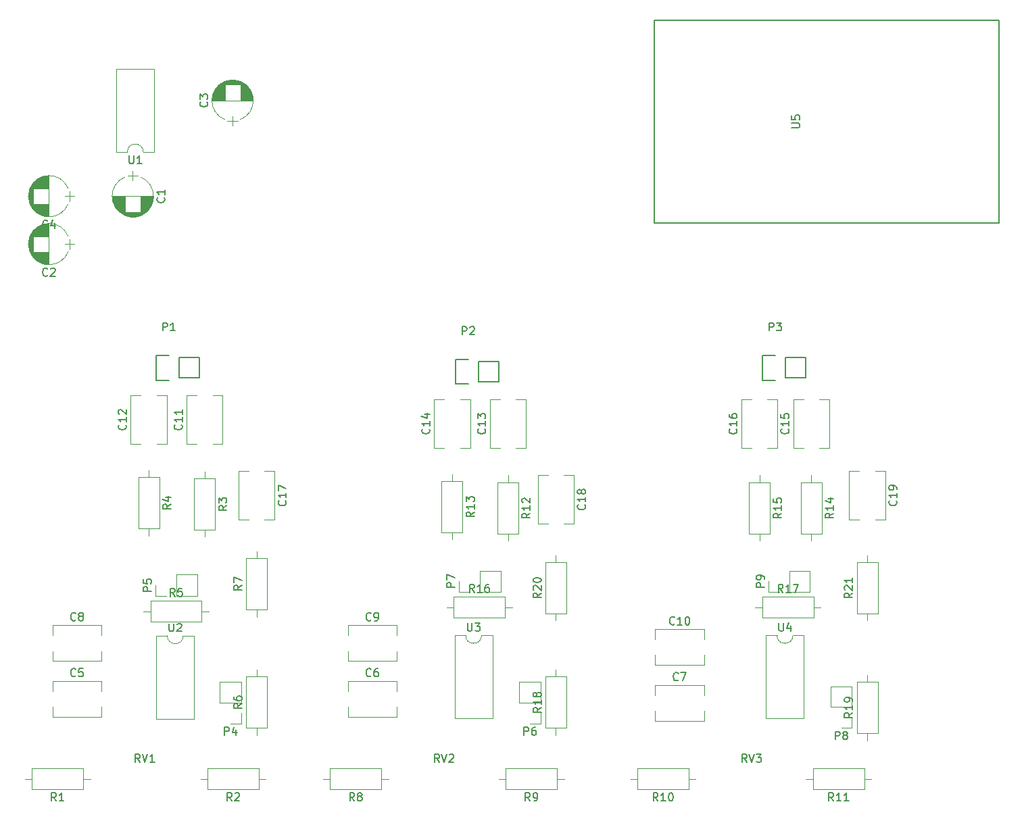
<source format=gbr>
G04 #@! TF.FileFunction,Legend,Top*
%FSLAX46Y46*%
G04 Gerber Fmt 4.6, Leading zero omitted, Abs format (unit mm)*
G04 Created by KiCad (PCBNEW 4.0.5) date 03/24/17 14:53:25*
%MOMM*%
%LPD*%
G01*
G04 APERTURE LIST*
%ADD10C,0.100000*%
%ADD11C,0.120000*%
%ADD12C,0.150000*%
G04 APERTURE END LIST*
D10*
D11*
X133810000Y-124070000D02*
G75*
G02X131810000Y-124070000I-1000000J0D01*
G01*
X131810000Y-124070000D02*
X130440000Y-124070000D01*
X130440000Y-124070000D02*
X130440000Y-134470000D01*
X130440000Y-134470000D02*
X135180000Y-134470000D01*
X135180000Y-134470000D02*
X135180000Y-124070000D01*
X135180000Y-124070000D02*
X133810000Y-124070000D01*
D12*
X130450000Y-92050000D02*
X132000000Y-92050000D01*
X135810000Y-91770000D02*
X133270000Y-91770000D01*
X133270000Y-91770000D02*
X133270000Y-89230000D01*
X132000000Y-88950000D02*
X130450000Y-88950000D01*
X130450000Y-88950000D02*
X130450000Y-92050000D01*
X133270000Y-89230000D02*
X135810000Y-89230000D01*
X135810000Y-89230000D02*
X135810000Y-91770000D01*
X167950000Y-92550000D02*
X169500000Y-92550000D01*
X173310000Y-92270000D02*
X170770000Y-92270000D01*
X170770000Y-92270000D02*
X170770000Y-89730000D01*
X169500000Y-89450000D02*
X167950000Y-89450000D01*
X167950000Y-89450000D02*
X167950000Y-92550000D01*
X170770000Y-89730000D02*
X173310000Y-89730000D01*
X173310000Y-89730000D02*
X173310000Y-92270000D01*
X206410000Y-92050000D02*
X207960000Y-92050000D01*
X211770000Y-91770000D02*
X209230000Y-91770000D01*
X209230000Y-91770000D02*
X209230000Y-89230000D01*
X207960000Y-88950000D02*
X206410000Y-88950000D01*
X206410000Y-88950000D02*
X206410000Y-92050000D01*
X209230000Y-89230000D02*
X211770000Y-89230000D01*
X211770000Y-89230000D02*
X211770000Y-91770000D01*
D11*
X126810000Y-63470000D02*
G75*
G02X128810000Y-63470000I1000000J0D01*
G01*
X128810000Y-63470000D02*
X130180000Y-63470000D01*
X130180000Y-63470000D02*
X130180000Y-53070000D01*
X130180000Y-53070000D02*
X125440000Y-53070000D01*
X125440000Y-53070000D02*
X125440000Y-63470000D01*
X125440000Y-63470000D02*
X126810000Y-63470000D01*
X171190000Y-124030000D02*
G75*
G02X169190000Y-124030000I-1000000J0D01*
G01*
X169190000Y-124030000D02*
X167820000Y-124030000D01*
X167820000Y-124030000D02*
X167820000Y-134430000D01*
X167820000Y-134430000D02*
X172560000Y-134430000D01*
X172560000Y-134430000D02*
X172560000Y-124030000D01*
X172560000Y-124030000D02*
X171190000Y-124030000D01*
X210190000Y-124030000D02*
G75*
G02X208190000Y-124030000I-1000000J0D01*
G01*
X208190000Y-124030000D02*
X206820000Y-124030000D01*
X206820000Y-124030000D02*
X206820000Y-134430000D01*
X206820000Y-134430000D02*
X211560000Y-134430000D01*
X211560000Y-134430000D02*
X211560000Y-124030000D01*
X211560000Y-124030000D02*
X210190000Y-124030000D01*
D12*
X236000000Y-72350000D02*
X192820000Y-72350000D01*
X236000000Y-46950000D02*
X236000000Y-72350000D01*
X192820000Y-46950000D02*
X236000000Y-46950000D01*
X192820000Y-72350000D02*
X192820000Y-46950000D01*
D11*
X128481400Y-71396863D02*
G75*
G03X128480000Y-66602564I-981400J2396863D01*
G01*
X126518600Y-71396863D02*
G75*
G02X126520000Y-66602564I981400J2396863D01*
G01*
X126518600Y-71396863D02*
G75*
G03X128480000Y-71397436I981400J2396863D01*
G01*
X130050000Y-69000000D02*
X124950000Y-69000000D01*
X130050000Y-69040000D02*
X128480000Y-69040000D01*
X126520000Y-69040000D02*
X124950000Y-69040000D01*
X130049000Y-69080000D02*
X128480000Y-69080000D01*
X126520000Y-69080000D02*
X124951000Y-69080000D01*
X130048000Y-69120000D02*
X128480000Y-69120000D01*
X126520000Y-69120000D02*
X124952000Y-69120000D01*
X130046000Y-69160000D02*
X128480000Y-69160000D01*
X126520000Y-69160000D02*
X124954000Y-69160000D01*
X130043000Y-69200000D02*
X128480000Y-69200000D01*
X126520000Y-69200000D02*
X124957000Y-69200000D01*
X130039000Y-69240000D02*
X128480000Y-69240000D01*
X126520000Y-69240000D02*
X124961000Y-69240000D01*
X130035000Y-69280000D02*
X128480000Y-69280000D01*
X126520000Y-69280000D02*
X124965000Y-69280000D01*
X130031000Y-69320000D02*
X128480000Y-69320000D01*
X126520000Y-69320000D02*
X124969000Y-69320000D01*
X130025000Y-69360000D02*
X128480000Y-69360000D01*
X126520000Y-69360000D02*
X124975000Y-69360000D01*
X130019000Y-69400000D02*
X128480000Y-69400000D01*
X126520000Y-69400000D02*
X124981000Y-69400000D01*
X130013000Y-69440000D02*
X128480000Y-69440000D01*
X126520000Y-69440000D02*
X124987000Y-69440000D01*
X130006000Y-69480000D02*
X128480000Y-69480000D01*
X126520000Y-69480000D02*
X124994000Y-69480000D01*
X129998000Y-69520000D02*
X128480000Y-69520000D01*
X126520000Y-69520000D02*
X125002000Y-69520000D01*
X129989000Y-69560000D02*
X128480000Y-69560000D01*
X126520000Y-69560000D02*
X125011000Y-69560000D01*
X129980000Y-69600000D02*
X128480000Y-69600000D01*
X126520000Y-69600000D02*
X125020000Y-69600000D01*
X129970000Y-69640000D02*
X128480000Y-69640000D01*
X126520000Y-69640000D02*
X125030000Y-69640000D01*
X129960000Y-69680000D02*
X128480000Y-69680000D01*
X126520000Y-69680000D02*
X125040000Y-69680000D01*
X129948000Y-69721000D02*
X128480000Y-69721000D01*
X126520000Y-69721000D02*
X125052000Y-69721000D01*
X129936000Y-69761000D02*
X128480000Y-69761000D01*
X126520000Y-69761000D02*
X125064000Y-69761000D01*
X129924000Y-69801000D02*
X128480000Y-69801000D01*
X126520000Y-69801000D02*
X125076000Y-69801000D01*
X129910000Y-69841000D02*
X128480000Y-69841000D01*
X126520000Y-69841000D02*
X125090000Y-69841000D01*
X129896000Y-69881000D02*
X128480000Y-69881000D01*
X126520000Y-69881000D02*
X125104000Y-69881000D01*
X129882000Y-69921000D02*
X128480000Y-69921000D01*
X126520000Y-69921000D02*
X125118000Y-69921000D01*
X129866000Y-69961000D02*
X128480000Y-69961000D01*
X126520000Y-69961000D02*
X125134000Y-69961000D01*
X129850000Y-70001000D02*
X128480000Y-70001000D01*
X126520000Y-70001000D02*
X125150000Y-70001000D01*
X129833000Y-70041000D02*
X128480000Y-70041000D01*
X126520000Y-70041000D02*
X125167000Y-70041000D01*
X129815000Y-70081000D02*
X128480000Y-70081000D01*
X126520000Y-70081000D02*
X125185000Y-70081000D01*
X129796000Y-70121000D02*
X128480000Y-70121000D01*
X126520000Y-70121000D02*
X125204000Y-70121000D01*
X129776000Y-70161000D02*
X128480000Y-70161000D01*
X126520000Y-70161000D02*
X125224000Y-70161000D01*
X129756000Y-70201000D02*
X128480000Y-70201000D01*
X126520000Y-70201000D02*
X125244000Y-70201000D01*
X129734000Y-70241000D02*
X128480000Y-70241000D01*
X126520000Y-70241000D02*
X125266000Y-70241000D01*
X129712000Y-70281000D02*
X128480000Y-70281000D01*
X126520000Y-70281000D02*
X125288000Y-70281000D01*
X129689000Y-70321000D02*
X128480000Y-70321000D01*
X126520000Y-70321000D02*
X125311000Y-70321000D01*
X129665000Y-70361000D02*
X128480000Y-70361000D01*
X126520000Y-70361000D02*
X125335000Y-70361000D01*
X129640000Y-70401000D02*
X128480000Y-70401000D01*
X126520000Y-70401000D02*
X125360000Y-70401000D01*
X129613000Y-70441000D02*
X128480000Y-70441000D01*
X126520000Y-70441000D02*
X125387000Y-70441000D01*
X129586000Y-70481000D02*
X128480000Y-70481000D01*
X126520000Y-70481000D02*
X125414000Y-70481000D01*
X129558000Y-70521000D02*
X128480000Y-70521000D01*
X126520000Y-70521000D02*
X125442000Y-70521000D01*
X129528000Y-70561000D02*
X128480000Y-70561000D01*
X126520000Y-70561000D02*
X125472000Y-70561000D01*
X129497000Y-70601000D02*
X128480000Y-70601000D01*
X126520000Y-70601000D02*
X125503000Y-70601000D01*
X129465000Y-70641000D02*
X128480000Y-70641000D01*
X126520000Y-70641000D02*
X125535000Y-70641000D01*
X129432000Y-70681000D02*
X128480000Y-70681000D01*
X126520000Y-70681000D02*
X125568000Y-70681000D01*
X129397000Y-70721000D02*
X128480000Y-70721000D01*
X126520000Y-70721000D02*
X125603000Y-70721000D01*
X129361000Y-70761000D02*
X128480000Y-70761000D01*
X126520000Y-70761000D02*
X125639000Y-70761000D01*
X129323000Y-70801000D02*
X128480000Y-70801000D01*
X126520000Y-70801000D02*
X125677000Y-70801000D01*
X129283000Y-70841000D02*
X128480000Y-70841000D01*
X126520000Y-70841000D02*
X125717000Y-70841000D01*
X129242000Y-70881000D02*
X128480000Y-70881000D01*
X126520000Y-70881000D02*
X125758000Y-70881000D01*
X129199000Y-70921000D02*
X128480000Y-70921000D01*
X126520000Y-70921000D02*
X125801000Y-70921000D01*
X129154000Y-70961000D02*
X128480000Y-70961000D01*
X126520000Y-70961000D02*
X125846000Y-70961000D01*
X129106000Y-71001000D02*
X125894000Y-71001000D01*
X129056000Y-71041000D02*
X125944000Y-71041000D01*
X129004000Y-71081000D02*
X125996000Y-71081000D01*
X128948000Y-71121000D02*
X126052000Y-71121000D01*
X128890000Y-71161000D02*
X126110000Y-71161000D01*
X128827000Y-71201000D02*
X126173000Y-71201000D01*
X128761000Y-71241000D02*
X126239000Y-71241000D01*
X128689000Y-71281000D02*
X126311000Y-71281000D01*
X128612000Y-71321000D02*
X126388000Y-71321000D01*
X128528000Y-71361000D02*
X126472000Y-71361000D01*
X128434000Y-71401000D02*
X126566000Y-71401000D01*
X128329000Y-71441000D02*
X126671000Y-71441000D01*
X128207000Y-71481000D02*
X126793000Y-71481000D01*
X128059000Y-71521000D02*
X126941000Y-71521000D01*
X127854000Y-71561000D02*
X127146000Y-71561000D01*
X127500000Y-65800000D02*
X127500000Y-67000000D01*
X128150000Y-66400000D02*
X126850000Y-66400000D01*
X114603137Y-75981400D02*
G75*
G03X119397436Y-75980000I2396863J981400D01*
G01*
X114603137Y-74018600D02*
G75*
G02X119397436Y-74020000I2396863J-981400D01*
G01*
X114603137Y-74018600D02*
G75*
G03X114602564Y-75980000I2396863J-981400D01*
G01*
X117000000Y-77550000D02*
X117000000Y-72450000D01*
X116960000Y-77550000D02*
X116960000Y-75980000D01*
X116960000Y-74020000D02*
X116960000Y-72450000D01*
X116920000Y-77549000D02*
X116920000Y-75980000D01*
X116920000Y-74020000D02*
X116920000Y-72451000D01*
X116880000Y-77548000D02*
X116880000Y-75980000D01*
X116880000Y-74020000D02*
X116880000Y-72452000D01*
X116840000Y-77546000D02*
X116840000Y-75980000D01*
X116840000Y-74020000D02*
X116840000Y-72454000D01*
X116800000Y-77543000D02*
X116800000Y-75980000D01*
X116800000Y-74020000D02*
X116800000Y-72457000D01*
X116760000Y-77539000D02*
X116760000Y-75980000D01*
X116760000Y-74020000D02*
X116760000Y-72461000D01*
X116720000Y-77535000D02*
X116720000Y-75980000D01*
X116720000Y-74020000D02*
X116720000Y-72465000D01*
X116680000Y-77531000D02*
X116680000Y-75980000D01*
X116680000Y-74020000D02*
X116680000Y-72469000D01*
X116640000Y-77525000D02*
X116640000Y-75980000D01*
X116640000Y-74020000D02*
X116640000Y-72475000D01*
X116600000Y-77519000D02*
X116600000Y-75980000D01*
X116600000Y-74020000D02*
X116600000Y-72481000D01*
X116560000Y-77513000D02*
X116560000Y-75980000D01*
X116560000Y-74020000D02*
X116560000Y-72487000D01*
X116520000Y-77506000D02*
X116520000Y-75980000D01*
X116520000Y-74020000D02*
X116520000Y-72494000D01*
X116480000Y-77498000D02*
X116480000Y-75980000D01*
X116480000Y-74020000D02*
X116480000Y-72502000D01*
X116440000Y-77489000D02*
X116440000Y-75980000D01*
X116440000Y-74020000D02*
X116440000Y-72511000D01*
X116400000Y-77480000D02*
X116400000Y-75980000D01*
X116400000Y-74020000D02*
X116400000Y-72520000D01*
X116360000Y-77470000D02*
X116360000Y-75980000D01*
X116360000Y-74020000D02*
X116360000Y-72530000D01*
X116320000Y-77460000D02*
X116320000Y-75980000D01*
X116320000Y-74020000D02*
X116320000Y-72540000D01*
X116279000Y-77448000D02*
X116279000Y-75980000D01*
X116279000Y-74020000D02*
X116279000Y-72552000D01*
X116239000Y-77436000D02*
X116239000Y-75980000D01*
X116239000Y-74020000D02*
X116239000Y-72564000D01*
X116199000Y-77424000D02*
X116199000Y-75980000D01*
X116199000Y-74020000D02*
X116199000Y-72576000D01*
X116159000Y-77410000D02*
X116159000Y-75980000D01*
X116159000Y-74020000D02*
X116159000Y-72590000D01*
X116119000Y-77396000D02*
X116119000Y-75980000D01*
X116119000Y-74020000D02*
X116119000Y-72604000D01*
X116079000Y-77382000D02*
X116079000Y-75980000D01*
X116079000Y-74020000D02*
X116079000Y-72618000D01*
X116039000Y-77366000D02*
X116039000Y-75980000D01*
X116039000Y-74020000D02*
X116039000Y-72634000D01*
X115999000Y-77350000D02*
X115999000Y-75980000D01*
X115999000Y-74020000D02*
X115999000Y-72650000D01*
X115959000Y-77333000D02*
X115959000Y-75980000D01*
X115959000Y-74020000D02*
X115959000Y-72667000D01*
X115919000Y-77315000D02*
X115919000Y-75980000D01*
X115919000Y-74020000D02*
X115919000Y-72685000D01*
X115879000Y-77296000D02*
X115879000Y-75980000D01*
X115879000Y-74020000D02*
X115879000Y-72704000D01*
X115839000Y-77276000D02*
X115839000Y-75980000D01*
X115839000Y-74020000D02*
X115839000Y-72724000D01*
X115799000Y-77256000D02*
X115799000Y-75980000D01*
X115799000Y-74020000D02*
X115799000Y-72744000D01*
X115759000Y-77234000D02*
X115759000Y-75980000D01*
X115759000Y-74020000D02*
X115759000Y-72766000D01*
X115719000Y-77212000D02*
X115719000Y-75980000D01*
X115719000Y-74020000D02*
X115719000Y-72788000D01*
X115679000Y-77189000D02*
X115679000Y-75980000D01*
X115679000Y-74020000D02*
X115679000Y-72811000D01*
X115639000Y-77165000D02*
X115639000Y-75980000D01*
X115639000Y-74020000D02*
X115639000Y-72835000D01*
X115599000Y-77140000D02*
X115599000Y-75980000D01*
X115599000Y-74020000D02*
X115599000Y-72860000D01*
X115559000Y-77113000D02*
X115559000Y-75980000D01*
X115559000Y-74020000D02*
X115559000Y-72887000D01*
X115519000Y-77086000D02*
X115519000Y-75980000D01*
X115519000Y-74020000D02*
X115519000Y-72914000D01*
X115479000Y-77058000D02*
X115479000Y-75980000D01*
X115479000Y-74020000D02*
X115479000Y-72942000D01*
X115439000Y-77028000D02*
X115439000Y-75980000D01*
X115439000Y-74020000D02*
X115439000Y-72972000D01*
X115399000Y-76997000D02*
X115399000Y-75980000D01*
X115399000Y-74020000D02*
X115399000Y-73003000D01*
X115359000Y-76965000D02*
X115359000Y-75980000D01*
X115359000Y-74020000D02*
X115359000Y-73035000D01*
X115319000Y-76932000D02*
X115319000Y-75980000D01*
X115319000Y-74020000D02*
X115319000Y-73068000D01*
X115279000Y-76897000D02*
X115279000Y-75980000D01*
X115279000Y-74020000D02*
X115279000Y-73103000D01*
X115239000Y-76861000D02*
X115239000Y-75980000D01*
X115239000Y-74020000D02*
X115239000Y-73139000D01*
X115199000Y-76823000D02*
X115199000Y-75980000D01*
X115199000Y-74020000D02*
X115199000Y-73177000D01*
X115159000Y-76783000D02*
X115159000Y-75980000D01*
X115159000Y-74020000D02*
X115159000Y-73217000D01*
X115119000Y-76742000D02*
X115119000Y-75980000D01*
X115119000Y-74020000D02*
X115119000Y-73258000D01*
X115079000Y-76699000D02*
X115079000Y-75980000D01*
X115079000Y-74020000D02*
X115079000Y-73301000D01*
X115039000Y-76654000D02*
X115039000Y-75980000D01*
X115039000Y-74020000D02*
X115039000Y-73346000D01*
X114999000Y-76606000D02*
X114999000Y-73394000D01*
X114959000Y-76556000D02*
X114959000Y-73444000D01*
X114919000Y-76504000D02*
X114919000Y-73496000D01*
X114879000Y-76448000D02*
X114879000Y-73552000D01*
X114839000Y-76390000D02*
X114839000Y-73610000D01*
X114799000Y-76327000D02*
X114799000Y-73673000D01*
X114759000Y-76261000D02*
X114759000Y-73739000D01*
X114719000Y-76189000D02*
X114719000Y-73811000D01*
X114679000Y-76112000D02*
X114679000Y-73888000D01*
X114639000Y-76028000D02*
X114639000Y-73972000D01*
X114599000Y-75934000D02*
X114599000Y-74066000D01*
X114559000Y-75829000D02*
X114559000Y-74171000D01*
X114519000Y-75707000D02*
X114519000Y-74293000D01*
X114479000Y-75559000D02*
X114479000Y-74441000D01*
X114439000Y-75354000D02*
X114439000Y-74646000D01*
X120200000Y-75000000D02*
X119000000Y-75000000D01*
X119600000Y-75650000D02*
X119600000Y-74350000D01*
X139018600Y-54603137D02*
G75*
G03X139020000Y-59397436I981400J-2396863D01*
G01*
X140981400Y-54603137D02*
G75*
G02X140980000Y-59397436I-981400J-2396863D01*
G01*
X140981400Y-54603137D02*
G75*
G03X139020000Y-54602564I-981400J-2396863D01*
G01*
X137450000Y-57000000D02*
X142550000Y-57000000D01*
X137450000Y-56960000D02*
X139020000Y-56960000D01*
X140980000Y-56960000D02*
X142550000Y-56960000D01*
X137451000Y-56920000D02*
X139020000Y-56920000D01*
X140980000Y-56920000D02*
X142549000Y-56920000D01*
X137452000Y-56880000D02*
X139020000Y-56880000D01*
X140980000Y-56880000D02*
X142548000Y-56880000D01*
X137454000Y-56840000D02*
X139020000Y-56840000D01*
X140980000Y-56840000D02*
X142546000Y-56840000D01*
X137457000Y-56800000D02*
X139020000Y-56800000D01*
X140980000Y-56800000D02*
X142543000Y-56800000D01*
X137461000Y-56760000D02*
X139020000Y-56760000D01*
X140980000Y-56760000D02*
X142539000Y-56760000D01*
X137465000Y-56720000D02*
X139020000Y-56720000D01*
X140980000Y-56720000D02*
X142535000Y-56720000D01*
X137469000Y-56680000D02*
X139020000Y-56680000D01*
X140980000Y-56680000D02*
X142531000Y-56680000D01*
X137475000Y-56640000D02*
X139020000Y-56640000D01*
X140980000Y-56640000D02*
X142525000Y-56640000D01*
X137481000Y-56600000D02*
X139020000Y-56600000D01*
X140980000Y-56600000D02*
X142519000Y-56600000D01*
X137487000Y-56560000D02*
X139020000Y-56560000D01*
X140980000Y-56560000D02*
X142513000Y-56560000D01*
X137494000Y-56520000D02*
X139020000Y-56520000D01*
X140980000Y-56520000D02*
X142506000Y-56520000D01*
X137502000Y-56480000D02*
X139020000Y-56480000D01*
X140980000Y-56480000D02*
X142498000Y-56480000D01*
X137511000Y-56440000D02*
X139020000Y-56440000D01*
X140980000Y-56440000D02*
X142489000Y-56440000D01*
X137520000Y-56400000D02*
X139020000Y-56400000D01*
X140980000Y-56400000D02*
X142480000Y-56400000D01*
X137530000Y-56360000D02*
X139020000Y-56360000D01*
X140980000Y-56360000D02*
X142470000Y-56360000D01*
X137540000Y-56320000D02*
X139020000Y-56320000D01*
X140980000Y-56320000D02*
X142460000Y-56320000D01*
X137552000Y-56279000D02*
X139020000Y-56279000D01*
X140980000Y-56279000D02*
X142448000Y-56279000D01*
X137564000Y-56239000D02*
X139020000Y-56239000D01*
X140980000Y-56239000D02*
X142436000Y-56239000D01*
X137576000Y-56199000D02*
X139020000Y-56199000D01*
X140980000Y-56199000D02*
X142424000Y-56199000D01*
X137590000Y-56159000D02*
X139020000Y-56159000D01*
X140980000Y-56159000D02*
X142410000Y-56159000D01*
X137604000Y-56119000D02*
X139020000Y-56119000D01*
X140980000Y-56119000D02*
X142396000Y-56119000D01*
X137618000Y-56079000D02*
X139020000Y-56079000D01*
X140980000Y-56079000D02*
X142382000Y-56079000D01*
X137634000Y-56039000D02*
X139020000Y-56039000D01*
X140980000Y-56039000D02*
X142366000Y-56039000D01*
X137650000Y-55999000D02*
X139020000Y-55999000D01*
X140980000Y-55999000D02*
X142350000Y-55999000D01*
X137667000Y-55959000D02*
X139020000Y-55959000D01*
X140980000Y-55959000D02*
X142333000Y-55959000D01*
X137685000Y-55919000D02*
X139020000Y-55919000D01*
X140980000Y-55919000D02*
X142315000Y-55919000D01*
X137704000Y-55879000D02*
X139020000Y-55879000D01*
X140980000Y-55879000D02*
X142296000Y-55879000D01*
X137724000Y-55839000D02*
X139020000Y-55839000D01*
X140980000Y-55839000D02*
X142276000Y-55839000D01*
X137744000Y-55799000D02*
X139020000Y-55799000D01*
X140980000Y-55799000D02*
X142256000Y-55799000D01*
X137766000Y-55759000D02*
X139020000Y-55759000D01*
X140980000Y-55759000D02*
X142234000Y-55759000D01*
X137788000Y-55719000D02*
X139020000Y-55719000D01*
X140980000Y-55719000D02*
X142212000Y-55719000D01*
X137811000Y-55679000D02*
X139020000Y-55679000D01*
X140980000Y-55679000D02*
X142189000Y-55679000D01*
X137835000Y-55639000D02*
X139020000Y-55639000D01*
X140980000Y-55639000D02*
X142165000Y-55639000D01*
X137860000Y-55599000D02*
X139020000Y-55599000D01*
X140980000Y-55599000D02*
X142140000Y-55599000D01*
X137887000Y-55559000D02*
X139020000Y-55559000D01*
X140980000Y-55559000D02*
X142113000Y-55559000D01*
X137914000Y-55519000D02*
X139020000Y-55519000D01*
X140980000Y-55519000D02*
X142086000Y-55519000D01*
X137942000Y-55479000D02*
X139020000Y-55479000D01*
X140980000Y-55479000D02*
X142058000Y-55479000D01*
X137972000Y-55439000D02*
X139020000Y-55439000D01*
X140980000Y-55439000D02*
X142028000Y-55439000D01*
X138003000Y-55399000D02*
X139020000Y-55399000D01*
X140980000Y-55399000D02*
X141997000Y-55399000D01*
X138035000Y-55359000D02*
X139020000Y-55359000D01*
X140980000Y-55359000D02*
X141965000Y-55359000D01*
X138068000Y-55319000D02*
X139020000Y-55319000D01*
X140980000Y-55319000D02*
X141932000Y-55319000D01*
X138103000Y-55279000D02*
X139020000Y-55279000D01*
X140980000Y-55279000D02*
X141897000Y-55279000D01*
X138139000Y-55239000D02*
X139020000Y-55239000D01*
X140980000Y-55239000D02*
X141861000Y-55239000D01*
X138177000Y-55199000D02*
X139020000Y-55199000D01*
X140980000Y-55199000D02*
X141823000Y-55199000D01*
X138217000Y-55159000D02*
X139020000Y-55159000D01*
X140980000Y-55159000D02*
X141783000Y-55159000D01*
X138258000Y-55119000D02*
X139020000Y-55119000D01*
X140980000Y-55119000D02*
X141742000Y-55119000D01*
X138301000Y-55079000D02*
X139020000Y-55079000D01*
X140980000Y-55079000D02*
X141699000Y-55079000D01*
X138346000Y-55039000D02*
X139020000Y-55039000D01*
X140980000Y-55039000D02*
X141654000Y-55039000D01*
X138394000Y-54999000D02*
X141606000Y-54999000D01*
X138444000Y-54959000D02*
X141556000Y-54959000D01*
X138496000Y-54919000D02*
X141504000Y-54919000D01*
X138552000Y-54879000D02*
X141448000Y-54879000D01*
X138610000Y-54839000D02*
X141390000Y-54839000D01*
X138673000Y-54799000D02*
X141327000Y-54799000D01*
X138739000Y-54759000D02*
X141261000Y-54759000D01*
X138811000Y-54719000D02*
X141189000Y-54719000D01*
X138888000Y-54679000D02*
X141112000Y-54679000D01*
X138972000Y-54639000D02*
X141028000Y-54639000D01*
X139066000Y-54599000D02*
X140934000Y-54599000D01*
X139171000Y-54559000D02*
X140829000Y-54559000D01*
X139293000Y-54519000D02*
X140707000Y-54519000D01*
X139441000Y-54479000D02*
X140559000Y-54479000D01*
X139646000Y-54439000D02*
X140354000Y-54439000D01*
X140000000Y-60200000D02*
X140000000Y-59000000D01*
X139350000Y-59600000D02*
X140650000Y-59600000D01*
X114603137Y-69981400D02*
G75*
G03X119397436Y-69980000I2396863J981400D01*
G01*
X114603137Y-68018600D02*
G75*
G02X119397436Y-68020000I2396863J-981400D01*
G01*
X114603137Y-68018600D02*
G75*
G03X114602564Y-69980000I2396863J-981400D01*
G01*
X117000000Y-71550000D02*
X117000000Y-66450000D01*
X116960000Y-71550000D02*
X116960000Y-69980000D01*
X116960000Y-68020000D02*
X116960000Y-66450000D01*
X116920000Y-71549000D02*
X116920000Y-69980000D01*
X116920000Y-68020000D02*
X116920000Y-66451000D01*
X116880000Y-71548000D02*
X116880000Y-69980000D01*
X116880000Y-68020000D02*
X116880000Y-66452000D01*
X116840000Y-71546000D02*
X116840000Y-69980000D01*
X116840000Y-68020000D02*
X116840000Y-66454000D01*
X116800000Y-71543000D02*
X116800000Y-69980000D01*
X116800000Y-68020000D02*
X116800000Y-66457000D01*
X116760000Y-71539000D02*
X116760000Y-69980000D01*
X116760000Y-68020000D02*
X116760000Y-66461000D01*
X116720000Y-71535000D02*
X116720000Y-69980000D01*
X116720000Y-68020000D02*
X116720000Y-66465000D01*
X116680000Y-71531000D02*
X116680000Y-69980000D01*
X116680000Y-68020000D02*
X116680000Y-66469000D01*
X116640000Y-71525000D02*
X116640000Y-69980000D01*
X116640000Y-68020000D02*
X116640000Y-66475000D01*
X116600000Y-71519000D02*
X116600000Y-69980000D01*
X116600000Y-68020000D02*
X116600000Y-66481000D01*
X116560000Y-71513000D02*
X116560000Y-69980000D01*
X116560000Y-68020000D02*
X116560000Y-66487000D01*
X116520000Y-71506000D02*
X116520000Y-69980000D01*
X116520000Y-68020000D02*
X116520000Y-66494000D01*
X116480000Y-71498000D02*
X116480000Y-69980000D01*
X116480000Y-68020000D02*
X116480000Y-66502000D01*
X116440000Y-71489000D02*
X116440000Y-69980000D01*
X116440000Y-68020000D02*
X116440000Y-66511000D01*
X116400000Y-71480000D02*
X116400000Y-69980000D01*
X116400000Y-68020000D02*
X116400000Y-66520000D01*
X116360000Y-71470000D02*
X116360000Y-69980000D01*
X116360000Y-68020000D02*
X116360000Y-66530000D01*
X116320000Y-71460000D02*
X116320000Y-69980000D01*
X116320000Y-68020000D02*
X116320000Y-66540000D01*
X116279000Y-71448000D02*
X116279000Y-69980000D01*
X116279000Y-68020000D02*
X116279000Y-66552000D01*
X116239000Y-71436000D02*
X116239000Y-69980000D01*
X116239000Y-68020000D02*
X116239000Y-66564000D01*
X116199000Y-71424000D02*
X116199000Y-69980000D01*
X116199000Y-68020000D02*
X116199000Y-66576000D01*
X116159000Y-71410000D02*
X116159000Y-69980000D01*
X116159000Y-68020000D02*
X116159000Y-66590000D01*
X116119000Y-71396000D02*
X116119000Y-69980000D01*
X116119000Y-68020000D02*
X116119000Y-66604000D01*
X116079000Y-71382000D02*
X116079000Y-69980000D01*
X116079000Y-68020000D02*
X116079000Y-66618000D01*
X116039000Y-71366000D02*
X116039000Y-69980000D01*
X116039000Y-68020000D02*
X116039000Y-66634000D01*
X115999000Y-71350000D02*
X115999000Y-69980000D01*
X115999000Y-68020000D02*
X115999000Y-66650000D01*
X115959000Y-71333000D02*
X115959000Y-69980000D01*
X115959000Y-68020000D02*
X115959000Y-66667000D01*
X115919000Y-71315000D02*
X115919000Y-69980000D01*
X115919000Y-68020000D02*
X115919000Y-66685000D01*
X115879000Y-71296000D02*
X115879000Y-69980000D01*
X115879000Y-68020000D02*
X115879000Y-66704000D01*
X115839000Y-71276000D02*
X115839000Y-69980000D01*
X115839000Y-68020000D02*
X115839000Y-66724000D01*
X115799000Y-71256000D02*
X115799000Y-69980000D01*
X115799000Y-68020000D02*
X115799000Y-66744000D01*
X115759000Y-71234000D02*
X115759000Y-69980000D01*
X115759000Y-68020000D02*
X115759000Y-66766000D01*
X115719000Y-71212000D02*
X115719000Y-69980000D01*
X115719000Y-68020000D02*
X115719000Y-66788000D01*
X115679000Y-71189000D02*
X115679000Y-69980000D01*
X115679000Y-68020000D02*
X115679000Y-66811000D01*
X115639000Y-71165000D02*
X115639000Y-69980000D01*
X115639000Y-68020000D02*
X115639000Y-66835000D01*
X115599000Y-71140000D02*
X115599000Y-69980000D01*
X115599000Y-68020000D02*
X115599000Y-66860000D01*
X115559000Y-71113000D02*
X115559000Y-69980000D01*
X115559000Y-68020000D02*
X115559000Y-66887000D01*
X115519000Y-71086000D02*
X115519000Y-69980000D01*
X115519000Y-68020000D02*
X115519000Y-66914000D01*
X115479000Y-71058000D02*
X115479000Y-69980000D01*
X115479000Y-68020000D02*
X115479000Y-66942000D01*
X115439000Y-71028000D02*
X115439000Y-69980000D01*
X115439000Y-68020000D02*
X115439000Y-66972000D01*
X115399000Y-70997000D02*
X115399000Y-69980000D01*
X115399000Y-68020000D02*
X115399000Y-67003000D01*
X115359000Y-70965000D02*
X115359000Y-69980000D01*
X115359000Y-68020000D02*
X115359000Y-67035000D01*
X115319000Y-70932000D02*
X115319000Y-69980000D01*
X115319000Y-68020000D02*
X115319000Y-67068000D01*
X115279000Y-70897000D02*
X115279000Y-69980000D01*
X115279000Y-68020000D02*
X115279000Y-67103000D01*
X115239000Y-70861000D02*
X115239000Y-69980000D01*
X115239000Y-68020000D02*
X115239000Y-67139000D01*
X115199000Y-70823000D02*
X115199000Y-69980000D01*
X115199000Y-68020000D02*
X115199000Y-67177000D01*
X115159000Y-70783000D02*
X115159000Y-69980000D01*
X115159000Y-68020000D02*
X115159000Y-67217000D01*
X115119000Y-70742000D02*
X115119000Y-69980000D01*
X115119000Y-68020000D02*
X115119000Y-67258000D01*
X115079000Y-70699000D02*
X115079000Y-69980000D01*
X115079000Y-68020000D02*
X115079000Y-67301000D01*
X115039000Y-70654000D02*
X115039000Y-69980000D01*
X115039000Y-68020000D02*
X115039000Y-67346000D01*
X114999000Y-70606000D02*
X114999000Y-67394000D01*
X114959000Y-70556000D02*
X114959000Y-67444000D01*
X114919000Y-70504000D02*
X114919000Y-67496000D01*
X114879000Y-70448000D02*
X114879000Y-67552000D01*
X114839000Y-70390000D02*
X114839000Y-67610000D01*
X114799000Y-70327000D02*
X114799000Y-67673000D01*
X114759000Y-70261000D02*
X114759000Y-67739000D01*
X114719000Y-70189000D02*
X114719000Y-67811000D01*
X114679000Y-70112000D02*
X114679000Y-67888000D01*
X114639000Y-70028000D02*
X114639000Y-67972000D01*
X114599000Y-69934000D02*
X114599000Y-68066000D01*
X114559000Y-69829000D02*
X114559000Y-68171000D01*
X114519000Y-69707000D02*
X114519000Y-68293000D01*
X114479000Y-69559000D02*
X114479000Y-68441000D01*
X114439000Y-69354000D02*
X114439000Y-68646000D01*
X120200000Y-69000000D02*
X119000000Y-69000000D01*
X119600000Y-69650000D02*
X119600000Y-68350000D01*
X117440000Y-129740000D02*
X123560000Y-129740000D01*
X117440000Y-134260000D02*
X123560000Y-134260000D01*
X117440000Y-129740000D02*
X117440000Y-131004000D01*
X117440000Y-132996000D02*
X117440000Y-134260000D01*
X123560000Y-129740000D02*
X123560000Y-131004000D01*
X123560000Y-132996000D02*
X123560000Y-134260000D01*
X154440000Y-129740000D02*
X160560000Y-129740000D01*
X154440000Y-134260000D02*
X160560000Y-134260000D01*
X154440000Y-129740000D02*
X154440000Y-131004000D01*
X154440000Y-132996000D02*
X154440000Y-134260000D01*
X160560000Y-129740000D02*
X160560000Y-131004000D01*
X160560000Y-132996000D02*
X160560000Y-134260000D01*
X192940000Y-130240000D02*
X199060000Y-130240000D01*
X192940000Y-134760000D02*
X199060000Y-134760000D01*
X192940000Y-130240000D02*
X192940000Y-131504000D01*
X192940000Y-133496000D02*
X192940000Y-134760000D01*
X199060000Y-130240000D02*
X199060000Y-131504000D01*
X199060000Y-133496000D02*
X199060000Y-134760000D01*
X117440000Y-122740000D02*
X123560000Y-122740000D01*
X117440000Y-127260000D02*
X123560000Y-127260000D01*
X117440000Y-122740000D02*
X117440000Y-124004000D01*
X117440000Y-125996000D02*
X117440000Y-127260000D01*
X123560000Y-122740000D02*
X123560000Y-124004000D01*
X123560000Y-125996000D02*
X123560000Y-127260000D01*
X154440000Y-122740000D02*
X160560000Y-122740000D01*
X154440000Y-127260000D02*
X160560000Y-127260000D01*
X154440000Y-122740000D02*
X154440000Y-124004000D01*
X154440000Y-125996000D02*
X154440000Y-127260000D01*
X160560000Y-122740000D02*
X160560000Y-124004000D01*
X160560000Y-125996000D02*
X160560000Y-127260000D01*
X192940000Y-123240000D02*
X199060000Y-123240000D01*
X192940000Y-127760000D02*
X199060000Y-127760000D01*
X192940000Y-123240000D02*
X192940000Y-124504000D01*
X192940000Y-126496000D02*
X192940000Y-127760000D01*
X199060000Y-123240000D02*
X199060000Y-124504000D01*
X199060000Y-126496000D02*
X199060000Y-127760000D01*
X134240000Y-100060000D02*
X134240000Y-93940000D01*
X138760000Y-100060000D02*
X138760000Y-93940000D01*
X134240000Y-100060000D02*
X135504000Y-100060000D01*
X137496000Y-100060000D02*
X138760000Y-100060000D01*
X134240000Y-93940000D02*
X135504000Y-93940000D01*
X137496000Y-93940000D02*
X138760000Y-93940000D01*
X127240000Y-100060000D02*
X127240000Y-93940000D01*
X131760000Y-100060000D02*
X131760000Y-93940000D01*
X127240000Y-100060000D02*
X128504000Y-100060000D01*
X130496000Y-100060000D02*
X131760000Y-100060000D01*
X127240000Y-93940000D02*
X128504000Y-93940000D01*
X130496000Y-93940000D02*
X131760000Y-93940000D01*
X172240000Y-100560000D02*
X172240000Y-94440000D01*
X176760000Y-100560000D02*
X176760000Y-94440000D01*
X172240000Y-100560000D02*
X173504000Y-100560000D01*
X175496000Y-100560000D02*
X176760000Y-100560000D01*
X172240000Y-94440000D02*
X173504000Y-94440000D01*
X175496000Y-94440000D02*
X176760000Y-94440000D01*
X165240000Y-100560000D02*
X165240000Y-94440000D01*
X169760000Y-100560000D02*
X169760000Y-94440000D01*
X165240000Y-100560000D02*
X166504000Y-100560000D01*
X168496000Y-100560000D02*
X169760000Y-100560000D01*
X165240000Y-94440000D02*
X166504000Y-94440000D01*
X168496000Y-94440000D02*
X169760000Y-94440000D01*
X210240000Y-100560000D02*
X210240000Y-94440000D01*
X214760000Y-100560000D02*
X214760000Y-94440000D01*
X210240000Y-100560000D02*
X211504000Y-100560000D01*
X213496000Y-100560000D02*
X214760000Y-100560000D01*
X210240000Y-94440000D02*
X211504000Y-94440000D01*
X213496000Y-94440000D02*
X214760000Y-94440000D01*
X203740000Y-100560000D02*
X203740000Y-94440000D01*
X208260000Y-100560000D02*
X208260000Y-94440000D01*
X203740000Y-100560000D02*
X205004000Y-100560000D01*
X206996000Y-100560000D02*
X208260000Y-100560000D01*
X203740000Y-94440000D02*
X205004000Y-94440000D01*
X206996000Y-94440000D02*
X208260000Y-94440000D01*
X145260000Y-103440000D02*
X145260000Y-109560000D01*
X140740000Y-103440000D02*
X140740000Y-109560000D01*
X145260000Y-103440000D02*
X143996000Y-103440000D01*
X142004000Y-103440000D02*
X140740000Y-103440000D01*
X145260000Y-109560000D02*
X143996000Y-109560000D01*
X142004000Y-109560000D02*
X140740000Y-109560000D01*
X182760000Y-103940000D02*
X182760000Y-110060000D01*
X178240000Y-103940000D02*
X178240000Y-110060000D01*
X182760000Y-103940000D02*
X181496000Y-103940000D01*
X179504000Y-103940000D02*
X178240000Y-103940000D01*
X182760000Y-110060000D02*
X181496000Y-110060000D01*
X179504000Y-110060000D02*
X178240000Y-110060000D01*
X221760000Y-103440000D02*
X221760000Y-109560000D01*
X217240000Y-103440000D02*
X217240000Y-109560000D01*
X221760000Y-103440000D02*
X220496000Y-103440000D01*
X218504000Y-103440000D02*
X217240000Y-103440000D01*
X221760000Y-109560000D02*
X220496000Y-109560000D01*
X218504000Y-109560000D02*
X217240000Y-109560000D01*
X121290000Y-143310000D02*
X121290000Y-140690000D01*
X121290000Y-140690000D02*
X114870000Y-140690000D01*
X114870000Y-140690000D02*
X114870000Y-143310000D01*
X114870000Y-143310000D02*
X121290000Y-143310000D01*
X122180000Y-142000000D02*
X121290000Y-142000000D01*
X113980000Y-142000000D02*
X114870000Y-142000000D01*
X143290000Y-143310000D02*
X143290000Y-140690000D01*
X143290000Y-140690000D02*
X136870000Y-140690000D01*
X136870000Y-140690000D02*
X136870000Y-143310000D01*
X136870000Y-143310000D02*
X143290000Y-143310000D01*
X144180000Y-142000000D02*
X143290000Y-142000000D01*
X135980000Y-142000000D02*
X136870000Y-142000000D01*
X137810000Y-104370000D02*
X135190000Y-104370000D01*
X135190000Y-104370000D02*
X135190000Y-110790000D01*
X135190000Y-110790000D02*
X137810000Y-110790000D01*
X137810000Y-110790000D02*
X137810000Y-104370000D01*
X136500000Y-103480000D02*
X136500000Y-104370000D01*
X136500000Y-111680000D02*
X136500000Y-110790000D01*
X130810000Y-104210000D02*
X128190000Y-104210000D01*
X128190000Y-104210000D02*
X128190000Y-110630000D01*
X128190000Y-110630000D02*
X130810000Y-110630000D01*
X130810000Y-110630000D02*
X130810000Y-104210000D01*
X129500000Y-103320000D02*
X129500000Y-104210000D01*
X129500000Y-111520000D02*
X129500000Y-110630000D01*
X129710000Y-119690000D02*
X129710000Y-122310000D01*
X129710000Y-122310000D02*
X136130000Y-122310000D01*
X136130000Y-122310000D02*
X136130000Y-119690000D01*
X136130000Y-119690000D02*
X129710000Y-119690000D01*
X128820000Y-121000000D02*
X129710000Y-121000000D01*
X137020000Y-121000000D02*
X136130000Y-121000000D01*
X141690000Y-135630000D02*
X144310000Y-135630000D01*
X144310000Y-135630000D02*
X144310000Y-129210000D01*
X144310000Y-129210000D02*
X141690000Y-129210000D01*
X141690000Y-129210000D02*
X141690000Y-135630000D01*
X143000000Y-136520000D02*
X143000000Y-135630000D01*
X143000000Y-128320000D02*
X143000000Y-129210000D01*
X141690000Y-120790000D02*
X144310000Y-120790000D01*
X144310000Y-120790000D02*
X144310000Y-114370000D01*
X144310000Y-114370000D02*
X141690000Y-114370000D01*
X141690000Y-114370000D02*
X141690000Y-120790000D01*
X143000000Y-121680000D02*
X143000000Y-120790000D01*
X143000000Y-113480000D02*
X143000000Y-114370000D01*
X158630000Y-143310000D02*
X158630000Y-140690000D01*
X158630000Y-140690000D02*
X152210000Y-140690000D01*
X152210000Y-140690000D02*
X152210000Y-143310000D01*
X152210000Y-143310000D02*
X158630000Y-143310000D01*
X159520000Y-142000000D02*
X158630000Y-142000000D01*
X151320000Y-142000000D02*
X152210000Y-142000000D01*
X180630000Y-143310000D02*
X180630000Y-140690000D01*
X180630000Y-140690000D02*
X174210000Y-140690000D01*
X174210000Y-140690000D02*
X174210000Y-143310000D01*
X174210000Y-143310000D02*
X180630000Y-143310000D01*
X181520000Y-142000000D02*
X180630000Y-142000000D01*
X173320000Y-142000000D02*
X174210000Y-142000000D01*
X197130000Y-143310000D02*
X197130000Y-140690000D01*
X197130000Y-140690000D02*
X190710000Y-140690000D01*
X190710000Y-140690000D02*
X190710000Y-143310000D01*
X190710000Y-143310000D02*
X197130000Y-143310000D01*
X198020000Y-142000000D02*
X197130000Y-142000000D01*
X189820000Y-142000000D02*
X190710000Y-142000000D01*
X219130000Y-143310000D02*
X219130000Y-140690000D01*
X219130000Y-140690000D02*
X212710000Y-140690000D01*
X212710000Y-140690000D02*
X212710000Y-143310000D01*
X212710000Y-143310000D02*
X219130000Y-143310000D01*
X220020000Y-142000000D02*
X219130000Y-142000000D01*
X211820000Y-142000000D02*
X212710000Y-142000000D01*
X175810000Y-104870000D02*
X173190000Y-104870000D01*
X173190000Y-104870000D02*
X173190000Y-111290000D01*
X173190000Y-111290000D02*
X175810000Y-111290000D01*
X175810000Y-111290000D02*
X175810000Y-104870000D01*
X174500000Y-103980000D02*
X174500000Y-104870000D01*
X174500000Y-112180000D02*
X174500000Y-111290000D01*
X168810000Y-104710000D02*
X166190000Y-104710000D01*
X166190000Y-104710000D02*
X166190000Y-111130000D01*
X166190000Y-111130000D02*
X168810000Y-111130000D01*
X168810000Y-111130000D02*
X168810000Y-104710000D01*
X167500000Y-103820000D02*
X167500000Y-104710000D01*
X167500000Y-112020000D02*
X167500000Y-111130000D01*
X213810000Y-104870000D02*
X211190000Y-104870000D01*
X211190000Y-104870000D02*
X211190000Y-111290000D01*
X211190000Y-111290000D02*
X213810000Y-111290000D01*
X213810000Y-111290000D02*
X213810000Y-104870000D01*
X212500000Y-103980000D02*
X212500000Y-104870000D01*
X212500000Y-112180000D02*
X212500000Y-111290000D01*
X207310000Y-104870000D02*
X204690000Y-104870000D01*
X204690000Y-104870000D02*
X204690000Y-111290000D01*
X204690000Y-111290000D02*
X207310000Y-111290000D01*
X207310000Y-111290000D02*
X207310000Y-104870000D01*
X206000000Y-103980000D02*
X206000000Y-104870000D01*
X206000000Y-112180000D02*
X206000000Y-111290000D01*
X167710000Y-119190000D02*
X167710000Y-121810000D01*
X167710000Y-121810000D02*
X174130000Y-121810000D01*
X174130000Y-121810000D02*
X174130000Y-119190000D01*
X174130000Y-119190000D02*
X167710000Y-119190000D01*
X166820000Y-120500000D02*
X167710000Y-120500000D01*
X175020000Y-120500000D02*
X174130000Y-120500000D01*
X206370000Y-119190000D02*
X206370000Y-121810000D01*
X206370000Y-121810000D02*
X212790000Y-121810000D01*
X212790000Y-121810000D02*
X212790000Y-119190000D01*
X212790000Y-119190000D02*
X206370000Y-119190000D01*
X205480000Y-120500000D02*
X206370000Y-120500000D01*
X213680000Y-120500000D02*
X212790000Y-120500000D01*
X179190000Y-135630000D02*
X181810000Y-135630000D01*
X181810000Y-135630000D02*
X181810000Y-129210000D01*
X181810000Y-129210000D02*
X179190000Y-129210000D01*
X179190000Y-129210000D02*
X179190000Y-135630000D01*
X180500000Y-136520000D02*
X180500000Y-135630000D01*
X180500000Y-128320000D02*
X180500000Y-129210000D01*
X218190000Y-136290000D02*
X220810000Y-136290000D01*
X220810000Y-136290000D02*
X220810000Y-129870000D01*
X220810000Y-129870000D02*
X218190000Y-129870000D01*
X218190000Y-129870000D02*
X218190000Y-136290000D01*
X219500000Y-137180000D02*
X219500000Y-136290000D01*
X219500000Y-128980000D02*
X219500000Y-129870000D01*
X179190000Y-121290000D02*
X181810000Y-121290000D01*
X181810000Y-121290000D02*
X181810000Y-114870000D01*
X181810000Y-114870000D02*
X179190000Y-114870000D01*
X179190000Y-114870000D02*
X179190000Y-121290000D01*
X180500000Y-122180000D02*
X180500000Y-121290000D01*
X180500000Y-113980000D02*
X180500000Y-114870000D01*
X218190000Y-121290000D02*
X220810000Y-121290000D01*
X220810000Y-121290000D02*
X220810000Y-114870000D01*
X220810000Y-114870000D02*
X218190000Y-114870000D01*
X218190000Y-114870000D02*
X218190000Y-121290000D01*
X219500000Y-122180000D02*
X219500000Y-121290000D01*
X219500000Y-113980000D02*
X219500000Y-114870000D01*
X141080000Y-132480000D02*
X141080000Y-129880000D01*
X141080000Y-129880000D02*
X138420000Y-129880000D01*
X138420000Y-129880000D02*
X138420000Y-132480000D01*
X138420000Y-132480000D02*
X141080000Y-132480000D01*
X141080000Y-133750000D02*
X141080000Y-135080000D01*
X141080000Y-135080000D02*
X139750000Y-135080000D01*
X132980000Y-119080000D02*
X135580000Y-119080000D01*
X135580000Y-119080000D02*
X135580000Y-116420000D01*
X135580000Y-116420000D02*
X132980000Y-116420000D01*
X132980000Y-116420000D02*
X132980000Y-119080000D01*
X131710000Y-119080000D02*
X130380000Y-119080000D01*
X130380000Y-119080000D02*
X130380000Y-117750000D01*
X178580000Y-132480000D02*
X178580000Y-129880000D01*
X178580000Y-129880000D02*
X175920000Y-129880000D01*
X175920000Y-129880000D02*
X175920000Y-132480000D01*
X175920000Y-132480000D02*
X178580000Y-132480000D01*
X178580000Y-133750000D02*
X178580000Y-135080000D01*
X178580000Y-135080000D02*
X177250000Y-135080000D01*
X170980000Y-118580000D02*
X173580000Y-118580000D01*
X173580000Y-118580000D02*
X173580000Y-115920000D01*
X173580000Y-115920000D02*
X170980000Y-115920000D01*
X170980000Y-115920000D02*
X170980000Y-118580000D01*
X169710000Y-118580000D02*
X168380000Y-118580000D01*
X168380000Y-118580000D02*
X168380000Y-117250000D01*
X217580000Y-133020000D02*
X217580000Y-130420000D01*
X217580000Y-130420000D02*
X214920000Y-130420000D01*
X214920000Y-130420000D02*
X214920000Y-133020000D01*
X214920000Y-133020000D02*
X217580000Y-133020000D01*
X217580000Y-134290000D02*
X217580000Y-135620000D01*
X217580000Y-135620000D02*
X216250000Y-135620000D01*
X209730000Y-118580000D02*
X212330000Y-118580000D01*
X212330000Y-118580000D02*
X212330000Y-115920000D01*
X212330000Y-115920000D02*
X209730000Y-115920000D01*
X209730000Y-115920000D02*
X209730000Y-118580000D01*
X208460000Y-118580000D02*
X207130000Y-118580000D01*
X207130000Y-118580000D02*
X207130000Y-117250000D01*
D12*
X132048095Y-122522381D02*
X132048095Y-123331905D01*
X132095714Y-123427143D01*
X132143333Y-123474762D01*
X132238571Y-123522381D01*
X132429048Y-123522381D01*
X132524286Y-123474762D01*
X132571905Y-123427143D01*
X132619524Y-123331905D01*
X132619524Y-122522381D01*
X133048095Y-122617619D02*
X133095714Y-122570000D01*
X133190952Y-122522381D01*
X133429048Y-122522381D01*
X133524286Y-122570000D01*
X133571905Y-122617619D01*
X133619524Y-122712857D01*
X133619524Y-122808095D01*
X133571905Y-122950952D01*
X133000476Y-123522381D01*
X133619524Y-123522381D01*
X131261905Y-85852381D02*
X131261905Y-84852381D01*
X131642858Y-84852381D01*
X131738096Y-84900000D01*
X131785715Y-84947619D01*
X131833334Y-85042857D01*
X131833334Y-85185714D01*
X131785715Y-85280952D01*
X131738096Y-85328571D01*
X131642858Y-85376190D01*
X131261905Y-85376190D01*
X132785715Y-85852381D02*
X132214286Y-85852381D01*
X132500000Y-85852381D02*
X132500000Y-84852381D01*
X132404762Y-84995238D01*
X132309524Y-85090476D01*
X132214286Y-85138095D01*
X168761905Y-86352381D02*
X168761905Y-85352381D01*
X169142858Y-85352381D01*
X169238096Y-85400000D01*
X169285715Y-85447619D01*
X169333334Y-85542857D01*
X169333334Y-85685714D01*
X169285715Y-85780952D01*
X169238096Y-85828571D01*
X169142858Y-85876190D01*
X168761905Y-85876190D01*
X169714286Y-85447619D02*
X169761905Y-85400000D01*
X169857143Y-85352381D01*
X170095239Y-85352381D01*
X170190477Y-85400000D01*
X170238096Y-85447619D01*
X170285715Y-85542857D01*
X170285715Y-85638095D01*
X170238096Y-85780952D01*
X169666667Y-86352381D01*
X170285715Y-86352381D01*
X207221905Y-85852381D02*
X207221905Y-84852381D01*
X207602858Y-84852381D01*
X207698096Y-84900000D01*
X207745715Y-84947619D01*
X207793334Y-85042857D01*
X207793334Y-85185714D01*
X207745715Y-85280952D01*
X207698096Y-85328571D01*
X207602858Y-85376190D01*
X207221905Y-85376190D01*
X208126667Y-84852381D02*
X208745715Y-84852381D01*
X208412381Y-85233333D01*
X208555239Y-85233333D01*
X208650477Y-85280952D01*
X208698096Y-85328571D01*
X208745715Y-85423810D01*
X208745715Y-85661905D01*
X208698096Y-85757143D01*
X208650477Y-85804762D01*
X208555239Y-85852381D01*
X208269524Y-85852381D01*
X208174286Y-85804762D01*
X208126667Y-85757143D01*
X127048095Y-63922381D02*
X127048095Y-64731905D01*
X127095714Y-64827143D01*
X127143333Y-64874762D01*
X127238571Y-64922381D01*
X127429048Y-64922381D01*
X127524286Y-64874762D01*
X127571905Y-64827143D01*
X127619524Y-64731905D01*
X127619524Y-63922381D01*
X128619524Y-64922381D02*
X128048095Y-64922381D01*
X128333809Y-64922381D02*
X128333809Y-63922381D01*
X128238571Y-64065238D01*
X128143333Y-64160476D01*
X128048095Y-64208095D01*
X169428095Y-122482381D02*
X169428095Y-123291905D01*
X169475714Y-123387143D01*
X169523333Y-123434762D01*
X169618571Y-123482381D01*
X169809048Y-123482381D01*
X169904286Y-123434762D01*
X169951905Y-123387143D01*
X169999524Y-123291905D01*
X169999524Y-122482381D01*
X170380476Y-122482381D02*
X170999524Y-122482381D01*
X170666190Y-122863333D01*
X170809048Y-122863333D01*
X170904286Y-122910952D01*
X170951905Y-122958571D01*
X170999524Y-123053810D01*
X170999524Y-123291905D01*
X170951905Y-123387143D01*
X170904286Y-123434762D01*
X170809048Y-123482381D01*
X170523333Y-123482381D01*
X170428095Y-123434762D01*
X170380476Y-123387143D01*
X208428095Y-122482381D02*
X208428095Y-123291905D01*
X208475714Y-123387143D01*
X208523333Y-123434762D01*
X208618571Y-123482381D01*
X208809048Y-123482381D01*
X208904286Y-123434762D01*
X208951905Y-123387143D01*
X208999524Y-123291905D01*
X208999524Y-122482381D01*
X209904286Y-122815714D02*
X209904286Y-123482381D01*
X209666190Y-122434762D02*
X209428095Y-123149048D01*
X210047143Y-123149048D01*
X128404762Y-139912381D02*
X128071428Y-139436190D01*
X127833333Y-139912381D02*
X127833333Y-138912381D01*
X128214286Y-138912381D01*
X128309524Y-138960000D01*
X128357143Y-139007619D01*
X128404762Y-139102857D01*
X128404762Y-139245714D01*
X128357143Y-139340952D01*
X128309524Y-139388571D01*
X128214286Y-139436190D01*
X127833333Y-139436190D01*
X128690476Y-138912381D02*
X129023809Y-139912381D01*
X129357143Y-138912381D01*
X130214286Y-139912381D02*
X129642857Y-139912381D01*
X129928571Y-139912381D02*
X129928571Y-138912381D01*
X129833333Y-139055238D01*
X129738095Y-139150476D01*
X129642857Y-139198095D01*
X165904762Y-139912381D02*
X165571428Y-139436190D01*
X165333333Y-139912381D02*
X165333333Y-138912381D01*
X165714286Y-138912381D01*
X165809524Y-138960000D01*
X165857143Y-139007619D01*
X165904762Y-139102857D01*
X165904762Y-139245714D01*
X165857143Y-139340952D01*
X165809524Y-139388571D01*
X165714286Y-139436190D01*
X165333333Y-139436190D01*
X166190476Y-138912381D02*
X166523809Y-139912381D01*
X166857143Y-138912381D01*
X167142857Y-139007619D02*
X167190476Y-138960000D01*
X167285714Y-138912381D01*
X167523810Y-138912381D01*
X167619048Y-138960000D01*
X167666667Y-139007619D01*
X167714286Y-139102857D01*
X167714286Y-139198095D01*
X167666667Y-139340952D01*
X167095238Y-139912381D01*
X167714286Y-139912381D01*
X204404762Y-139912381D02*
X204071428Y-139436190D01*
X203833333Y-139912381D02*
X203833333Y-138912381D01*
X204214286Y-138912381D01*
X204309524Y-138960000D01*
X204357143Y-139007619D01*
X204404762Y-139102857D01*
X204404762Y-139245714D01*
X204357143Y-139340952D01*
X204309524Y-139388571D01*
X204214286Y-139436190D01*
X203833333Y-139436190D01*
X204690476Y-138912381D02*
X205023809Y-139912381D01*
X205357143Y-138912381D01*
X205595238Y-138912381D02*
X206214286Y-138912381D01*
X205880952Y-139293333D01*
X206023810Y-139293333D01*
X206119048Y-139340952D01*
X206166667Y-139388571D01*
X206214286Y-139483810D01*
X206214286Y-139721905D01*
X206166667Y-139817143D01*
X206119048Y-139864762D01*
X206023810Y-139912381D01*
X205738095Y-139912381D01*
X205642857Y-139864762D01*
X205595238Y-139817143D01*
X210052381Y-60411905D02*
X210861905Y-60411905D01*
X210957143Y-60364286D01*
X211004762Y-60316667D01*
X211052381Y-60221429D01*
X211052381Y-60030952D01*
X211004762Y-59935714D01*
X210957143Y-59888095D01*
X210861905Y-59840476D01*
X210052381Y-59840476D01*
X210052381Y-58888095D02*
X210052381Y-59364286D01*
X210528571Y-59411905D01*
X210480952Y-59364286D01*
X210433333Y-59269048D01*
X210433333Y-59030952D01*
X210480952Y-58935714D01*
X210528571Y-58888095D01*
X210623810Y-58840476D01*
X210861905Y-58840476D01*
X210957143Y-58888095D01*
X211004762Y-58935714D01*
X211052381Y-59030952D01*
X211052381Y-59269048D01*
X211004762Y-59364286D01*
X210957143Y-59411905D01*
X131417143Y-69166666D02*
X131464762Y-69214285D01*
X131512381Y-69357142D01*
X131512381Y-69452380D01*
X131464762Y-69595238D01*
X131369524Y-69690476D01*
X131274286Y-69738095D01*
X131083810Y-69785714D01*
X130940952Y-69785714D01*
X130750476Y-69738095D01*
X130655238Y-69690476D01*
X130560000Y-69595238D01*
X130512381Y-69452380D01*
X130512381Y-69357142D01*
X130560000Y-69214285D01*
X130607619Y-69166666D01*
X131512381Y-68214285D02*
X131512381Y-68785714D01*
X131512381Y-68500000D02*
X130512381Y-68500000D01*
X130655238Y-68595238D01*
X130750476Y-68690476D01*
X130798095Y-68785714D01*
X116833334Y-78917143D02*
X116785715Y-78964762D01*
X116642858Y-79012381D01*
X116547620Y-79012381D01*
X116404762Y-78964762D01*
X116309524Y-78869524D01*
X116261905Y-78774286D01*
X116214286Y-78583810D01*
X116214286Y-78440952D01*
X116261905Y-78250476D01*
X116309524Y-78155238D01*
X116404762Y-78060000D01*
X116547620Y-78012381D01*
X116642858Y-78012381D01*
X116785715Y-78060000D01*
X116833334Y-78107619D01*
X117214286Y-78107619D02*
X117261905Y-78060000D01*
X117357143Y-78012381D01*
X117595239Y-78012381D01*
X117690477Y-78060000D01*
X117738096Y-78107619D01*
X117785715Y-78202857D01*
X117785715Y-78298095D01*
X117738096Y-78440952D01*
X117166667Y-79012381D01*
X117785715Y-79012381D01*
X136797143Y-57166666D02*
X136844762Y-57214285D01*
X136892381Y-57357142D01*
X136892381Y-57452380D01*
X136844762Y-57595238D01*
X136749524Y-57690476D01*
X136654286Y-57738095D01*
X136463810Y-57785714D01*
X136320952Y-57785714D01*
X136130476Y-57738095D01*
X136035238Y-57690476D01*
X135940000Y-57595238D01*
X135892381Y-57452380D01*
X135892381Y-57357142D01*
X135940000Y-57214285D01*
X135987619Y-57166666D01*
X135892381Y-56833333D02*
X135892381Y-56214285D01*
X136273333Y-56547619D01*
X136273333Y-56404761D01*
X136320952Y-56309523D01*
X136368571Y-56261904D01*
X136463810Y-56214285D01*
X136701905Y-56214285D01*
X136797143Y-56261904D01*
X136844762Y-56309523D01*
X136892381Y-56404761D01*
X136892381Y-56690476D01*
X136844762Y-56785714D01*
X136797143Y-56833333D01*
X116833334Y-72917143D02*
X116785715Y-72964762D01*
X116642858Y-73012381D01*
X116547620Y-73012381D01*
X116404762Y-72964762D01*
X116309524Y-72869524D01*
X116261905Y-72774286D01*
X116214286Y-72583810D01*
X116214286Y-72440952D01*
X116261905Y-72250476D01*
X116309524Y-72155238D01*
X116404762Y-72060000D01*
X116547620Y-72012381D01*
X116642858Y-72012381D01*
X116785715Y-72060000D01*
X116833334Y-72107619D01*
X117690477Y-72345714D02*
X117690477Y-73012381D01*
X117452381Y-71964762D02*
X117214286Y-72679048D01*
X117833334Y-72679048D01*
X120333334Y-129097143D02*
X120285715Y-129144762D01*
X120142858Y-129192381D01*
X120047620Y-129192381D01*
X119904762Y-129144762D01*
X119809524Y-129049524D01*
X119761905Y-128954286D01*
X119714286Y-128763810D01*
X119714286Y-128620952D01*
X119761905Y-128430476D01*
X119809524Y-128335238D01*
X119904762Y-128240000D01*
X120047620Y-128192381D01*
X120142858Y-128192381D01*
X120285715Y-128240000D01*
X120333334Y-128287619D01*
X121238096Y-128192381D02*
X120761905Y-128192381D01*
X120714286Y-128668571D01*
X120761905Y-128620952D01*
X120857143Y-128573333D01*
X121095239Y-128573333D01*
X121190477Y-128620952D01*
X121238096Y-128668571D01*
X121285715Y-128763810D01*
X121285715Y-129001905D01*
X121238096Y-129097143D01*
X121190477Y-129144762D01*
X121095239Y-129192381D01*
X120857143Y-129192381D01*
X120761905Y-129144762D01*
X120714286Y-129097143D01*
X157333334Y-129097143D02*
X157285715Y-129144762D01*
X157142858Y-129192381D01*
X157047620Y-129192381D01*
X156904762Y-129144762D01*
X156809524Y-129049524D01*
X156761905Y-128954286D01*
X156714286Y-128763810D01*
X156714286Y-128620952D01*
X156761905Y-128430476D01*
X156809524Y-128335238D01*
X156904762Y-128240000D01*
X157047620Y-128192381D01*
X157142858Y-128192381D01*
X157285715Y-128240000D01*
X157333334Y-128287619D01*
X158190477Y-128192381D02*
X158000000Y-128192381D01*
X157904762Y-128240000D01*
X157857143Y-128287619D01*
X157761905Y-128430476D01*
X157714286Y-128620952D01*
X157714286Y-129001905D01*
X157761905Y-129097143D01*
X157809524Y-129144762D01*
X157904762Y-129192381D01*
X158095239Y-129192381D01*
X158190477Y-129144762D01*
X158238096Y-129097143D01*
X158285715Y-129001905D01*
X158285715Y-128763810D01*
X158238096Y-128668571D01*
X158190477Y-128620952D01*
X158095239Y-128573333D01*
X157904762Y-128573333D01*
X157809524Y-128620952D01*
X157761905Y-128668571D01*
X157714286Y-128763810D01*
X195833334Y-129597143D02*
X195785715Y-129644762D01*
X195642858Y-129692381D01*
X195547620Y-129692381D01*
X195404762Y-129644762D01*
X195309524Y-129549524D01*
X195261905Y-129454286D01*
X195214286Y-129263810D01*
X195214286Y-129120952D01*
X195261905Y-128930476D01*
X195309524Y-128835238D01*
X195404762Y-128740000D01*
X195547620Y-128692381D01*
X195642858Y-128692381D01*
X195785715Y-128740000D01*
X195833334Y-128787619D01*
X196166667Y-128692381D02*
X196833334Y-128692381D01*
X196404762Y-129692381D01*
X120333334Y-122097143D02*
X120285715Y-122144762D01*
X120142858Y-122192381D01*
X120047620Y-122192381D01*
X119904762Y-122144762D01*
X119809524Y-122049524D01*
X119761905Y-121954286D01*
X119714286Y-121763810D01*
X119714286Y-121620952D01*
X119761905Y-121430476D01*
X119809524Y-121335238D01*
X119904762Y-121240000D01*
X120047620Y-121192381D01*
X120142858Y-121192381D01*
X120285715Y-121240000D01*
X120333334Y-121287619D01*
X120904762Y-121620952D02*
X120809524Y-121573333D01*
X120761905Y-121525714D01*
X120714286Y-121430476D01*
X120714286Y-121382857D01*
X120761905Y-121287619D01*
X120809524Y-121240000D01*
X120904762Y-121192381D01*
X121095239Y-121192381D01*
X121190477Y-121240000D01*
X121238096Y-121287619D01*
X121285715Y-121382857D01*
X121285715Y-121430476D01*
X121238096Y-121525714D01*
X121190477Y-121573333D01*
X121095239Y-121620952D01*
X120904762Y-121620952D01*
X120809524Y-121668571D01*
X120761905Y-121716190D01*
X120714286Y-121811429D01*
X120714286Y-122001905D01*
X120761905Y-122097143D01*
X120809524Y-122144762D01*
X120904762Y-122192381D01*
X121095239Y-122192381D01*
X121190477Y-122144762D01*
X121238096Y-122097143D01*
X121285715Y-122001905D01*
X121285715Y-121811429D01*
X121238096Y-121716190D01*
X121190477Y-121668571D01*
X121095239Y-121620952D01*
X157333334Y-122097143D02*
X157285715Y-122144762D01*
X157142858Y-122192381D01*
X157047620Y-122192381D01*
X156904762Y-122144762D01*
X156809524Y-122049524D01*
X156761905Y-121954286D01*
X156714286Y-121763810D01*
X156714286Y-121620952D01*
X156761905Y-121430476D01*
X156809524Y-121335238D01*
X156904762Y-121240000D01*
X157047620Y-121192381D01*
X157142858Y-121192381D01*
X157285715Y-121240000D01*
X157333334Y-121287619D01*
X157809524Y-122192381D02*
X158000000Y-122192381D01*
X158095239Y-122144762D01*
X158142858Y-122097143D01*
X158238096Y-121954286D01*
X158285715Y-121763810D01*
X158285715Y-121382857D01*
X158238096Y-121287619D01*
X158190477Y-121240000D01*
X158095239Y-121192381D01*
X157904762Y-121192381D01*
X157809524Y-121240000D01*
X157761905Y-121287619D01*
X157714286Y-121382857D01*
X157714286Y-121620952D01*
X157761905Y-121716190D01*
X157809524Y-121763810D01*
X157904762Y-121811429D01*
X158095239Y-121811429D01*
X158190477Y-121763810D01*
X158238096Y-121716190D01*
X158285715Y-121620952D01*
X195357143Y-122597143D02*
X195309524Y-122644762D01*
X195166667Y-122692381D01*
X195071429Y-122692381D01*
X194928571Y-122644762D01*
X194833333Y-122549524D01*
X194785714Y-122454286D01*
X194738095Y-122263810D01*
X194738095Y-122120952D01*
X194785714Y-121930476D01*
X194833333Y-121835238D01*
X194928571Y-121740000D01*
X195071429Y-121692381D01*
X195166667Y-121692381D01*
X195309524Y-121740000D01*
X195357143Y-121787619D01*
X196309524Y-122692381D02*
X195738095Y-122692381D01*
X196023809Y-122692381D02*
X196023809Y-121692381D01*
X195928571Y-121835238D01*
X195833333Y-121930476D01*
X195738095Y-121978095D01*
X196928571Y-121692381D02*
X197023810Y-121692381D01*
X197119048Y-121740000D01*
X197166667Y-121787619D01*
X197214286Y-121882857D01*
X197261905Y-122073333D01*
X197261905Y-122311429D01*
X197214286Y-122501905D01*
X197166667Y-122597143D01*
X197119048Y-122644762D01*
X197023810Y-122692381D01*
X196928571Y-122692381D01*
X196833333Y-122644762D01*
X196785714Y-122597143D01*
X196738095Y-122501905D01*
X196690476Y-122311429D01*
X196690476Y-122073333D01*
X196738095Y-121882857D01*
X196785714Y-121787619D01*
X196833333Y-121740000D01*
X196928571Y-121692381D01*
X133597143Y-97642857D02*
X133644762Y-97690476D01*
X133692381Y-97833333D01*
X133692381Y-97928571D01*
X133644762Y-98071429D01*
X133549524Y-98166667D01*
X133454286Y-98214286D01*
X133263810Y-98261905D01*
X133120952Y-98261905D01*
X132930476Y-98214286D01*
X132835238Y-98166667D01*
X132740000Y-98071429D01*
X132692381Y-97928571D01*
X132692381Y-97833333D01*
X132740000Y-97690476D01*
X132787619Y-97642857D01*
X133692381Y-96690476D02*
X133692381Y-97261905D01*
X133692381Y-96976191D02*
X132692381Y-96976191D01*
X132835238Y-97071429D01*
X132930476Y-97166667D01*
X132978095Y-97261905D01*
X133692381Y-95738095D02*
X133692381Y-96309524D01*
X133692381Y-96023810D02*
X132692381Y-96023810D01*
X132835238Y-96119048D01*
X132930476Y-96214286D01*
X132978095Y-96309524D01*
X126597143Y-97642857D02*
X126644762Y-97690476D01*
X126692381Y-97833333D01*
X126692381Y-97928571D01*
X126644762Y-98071429D01*
X126549524Y-98166667D01*
X126454286Y-98214286D01*
X126263810Y-98261905D01*
X126120952Y-98261905D01*
X125930476Y-98214286D01*
X125835238Y-98166667D01*
X125740000Y-98071429D01*
X125692381Y-97928571D01*
X125692381Y-97833333D01*
X125740000Y-97690476D01*
X125787619Y-97642857D01*
X126692381Y-96690476D02*
X126692381Y-97261905D01*
X126692381Y-96976191D02*
X125692381Y-96976191D01*
X125835238Y-97071429D01*
X125930476Y-97166667D01*
X125978095Y-97261905D01*
X125787619Y-96309524D02*
X125740000Y-96261905D01*
X125692381Y-96166667D01*
X125692381Y-95928571D01*
X125740000Y-95833333D01*
X125787619Y-95785714D01*
X125882857Y-95738095D01*
X125978095Y-95738095D01*
X126120952Y-95785714D01*
X126692381Y-96357143D01*
X126692381Y-95738095D01*
X171597143Y-98142857D02*
X171644762Y-98190476D01*
X171692381Y-98333333D01*
X171692381Y-98428571D01*
X171644762Y-98571429D01*
X171549524Y-98666667D01*
X171454286Y-98714286D01*
X171263810Y-98761905D01*
X171120952Y-98761905D01*
X170930476Y-98714286D01*
X170835238Y-98666667D01*
X170740000Y-98571429D01*
X170692381Y-98428571D01*
X170692381Y-98333333D01*
X170740000Y-98190476D01*
X170787619Y-98142857D01*
X171692381Y-97190476D02*
X171692381Y-97761905D01*
X171692381Y-97476191D02*
X170692381Y-97476191D01*
X170835238Y-97571429D01*
X170930476Y-97666667D01*
X170978095Y-97761905D01*
X170692381Y-96857143D02*
X170692381Y-96238095D01*
X171073333Y-96571429D01*
X171073333Y-96428571D01*
X171120952Y-96333333D01*
X171168571Y-96285714D01*
X171263810Y-96238095D01*
X171501905Y-96238095D01*
X171597143Y-96285714D01*
X171644762Y-96333333D01*
X171692381Y-96428571D01*
X171692381Y-96714286D01*
X171644762Y-96809524D01*
X171597143Y-96857143D01*
X164597143Y-98142857D02*
X164644762Y-98190476D01*
X164692381Y-98333333D01*
X164692381Y-98428571D01*
X164644762Y-98571429D01*
X164549524Y-98666667D01*
X164454286Y-98714286D01*
X164263810Y-98761905D01*
X164120952Y-98761905D01*
X163930476Y-98714286D01*
X163835238Y-98666667D01*
X163740000Y-98571429D01*
X163692381Y-98428571D01*
X163692381Y-98333333D01*
X163740000Y-98190476D01*
X163787619Y-98142857D01*
X164692381Y-97190476D02*
X164692381Y-97761905D01*
X164692381Y-97476191D02*
X163692381Y-97476191D01*
X163835238Y-97571429D01*
X163930476Y-97666667D01*
X163978095Y-97761905D01*
X164025714Y-96333333D02*
X164692381Y-96333333D01*
X163644762Y-96571429D02*
X164359048Y-96809524D01*
X164359048Y-96190476D01*
X209597143Y-98142857D02*
X209644762Y-98190476D01*
X209692381Y-98333333D01*
X209692381Y-98428571D01*
X209644762Y-98571429D01*
X209549524Y-98666667D01*
X209454286Y-98714286D01*
X209263810Y-98761905D01*
X209120952Y-98761905D01*
X208930476Y-98714286D01*
X208835238Y-98666667D01*
X208740000Y-98571429D01*
X208692381Y-98428571D01*
X208692381Y-98333333D01*
X208740000Y-98190476D01*
X208787619Y-98142857D01*
X209692381Y-97190476D02*
X209692381Y-97761905D01*
X209692381Y-97476191D02*
X208692381Y-97476191D01*
X208835238Y-97571429D01*
X208930476Y-97666667D01*
X208978095Y-97761905D01*
X208692381Y-96285714D02*
X208692381Y-96761905D01*
X209168571Y-96809524D01*
X209120952Y-96761905D01*
X209073333Y-96666667D01*
X209073333Y-96428571D01*
X209120952Y-96333333D01*
X209168571Y-96285714D01*
X209263810Y-96238095D01*
X209501905Y-96238095D01*
X209597143Y-96285714D01*
X209644762Y-96333333D01*
X209692381Y-96428571D01*
X209692381Y-96666667D01*
X209644762Y-96761905D01*
X209597143Y-96809524D01*
X203097143Y-98142857D02*
X203144762Y-98190476D01*
X203192381Y-98333333D01*
X203192381Y-98428571D01*
X203144762Y-98571429D01*
X203049524Y-98666667D01*
X202954286Y-98714286D01*
X202763810Y-98761905D01*
X202620952Y-98761905D01*
X202430476Y-98714286D01*
X202335238Y-98666667D01*
X202240000Y-98571429D01*
X202192381Y-98428571D01*
X202192381Y-98333333D01*
X202240000Y-98190476D01*
X202287619Y-98142857D01*
X203192381Y-97190476D02*
X203192381Y-97761905D01*
X203192381Y-97476191D02*
X202192381Y-97476191D01*
X202335238Y-97571429D01*
X202430476Y-97666667D01*
X202478095Y-97761905D01*
X202192381Y-96333333D02*
X202192381Y-96523810D01*
X202240000Y-96619048D01*
X202287619Y-96666667D01*
X202430476Y-96761905D01*
X202620952Y-96809524D01*
X203001905Y-96809524D01*
X203097143Y-96761905D01*
X203144762Y-96714286D01*
X203192381Y-96619048D01*
X203192381Y-96428571D01*
X203144762Y-96333333D01*
X203097143Y-96285714D01*
X203001905Y-96238095D01*
X202763810Y-96238095D01*
X202668571Y-96285714D01*
X202620952Y-96333333D01*
X202573333Y-96428571D01*
X202573333Y-96619048D01*
X202620952Y-96714286D01*
X202668571Y-96761905D01*
X202763810Y-96809524D01*
X146617143Y-107142857D02*
X146664762Y-107190476D01*
X146712381Y-107333333D01*
X146712381Y-107428571D01*
X146664762Y-107571429D01*
X146569524Y-107666667D01*
X146474286Y-107714286D01*
X146283810Y-107761905D01*
X146140952Y-107761905D01*
X145950476Y-107714286D01*
X145855238Y-107666667D01*
X145760000Y-107571429D01*
X145712381Y-107428571D01*
X145712381Y-107333333D01*
X145760000Y-107190476D01*
X145807619Y-107142857D01*
X146712381Y-106190476D02*
X146712381Y-106761905D01*
X146712381Y-106476191D02*
X145712381Y-106476191D01*
X145855238Y-106571429D01*
X145950476Y-106666667D01*
X145998095Y-106761905D01*
X145712381Y-105857143D02*
X145712381Y-105190476D01*
X146712381Y-105619048D01*
X184117143Y-107642857D02*
X184164762Y-107690476D01*
X184212381Y-107833333D01*
X184212381Y-107928571D01*
X184164762Y-108071429D01*
X184069524Y-108166667D01*
X183974286Y-108214286D01*
X183783810Y-108261905D01*
X183640952Y-108261905D01*
X183450476Y-108214286D01*
X183355238Y-108166667D01*
X183260000Y-108071429D01*
X183212381Y-107928571D01*
X183212381Y-107833333D01*
X183260000Y-107690476D01*
X183307619Y-107642857D01*
X184212381Y-106690476D02*
X184212381Y-107261905D01*
X184212381Y-106976191D02*
X183212381Y-106976191D01*
X183355238Y-107071429D01*
X183450476Y-107166667D01*
X183498095Y-107261905D01*
X183640952Y-106119048D02*
X183593333Y-106214286D01*
X183545714Y-106261905D01*
X183450476Y-106309524D01*
X183402857Y-106309524D01*
X183307619Y-106261905D01*
X183260000Y-106214286D01*
X183212381Y-106119048D01*
X183212381Y-105928571D01*
X183260000Y-105833333D01*
X183307619Y-105785714D01*
X183402857Y-105738095D01*
X183450476Y-105738095D01*
X183545714Y-105785714D01*
X183593333Y-105833333D01*
X183640952Y-105928571D01*
X183640952Y-106119048D01*
X183688571Y-106214286D01*
X183736190Y-106261905D01*
X183831429Y-106309524D01*
X184021905Y-106309524D01*
X184117143Y-106261905D01*
X184164762Y-106214286D01*
X184212381Y-106119048D01*
X184212381Y-105928571D01*
X184164762Y-105833333D01*
X184117143Y-105785714D01*
X184021905Y-105738095D01*
X183831429Y-105738095D01*
X183736190Y-105785714D01*
X183688571Y-105833333D01*
X183640952Y-105928571D01*
X223117143Y-107142857D02*
X223164762Y-107190476D01*
X223212381Y-107333333D01*
X223212381Y-107428571D01*
X223164762Y-107571429D01*
X223069524Y-107666667D01*
X222974286Y-107714286D01*
X222783810Y-107761905D01*
X222640952Y-107761905D01*
X222450476Y-107714286D01*
X222355238Y-107666667D01*
X222260000Y-107571429D01*
X222212381Y-107428571D01*
X222212381Y-107333333D01*
X222260000Y-107190476D01*
X222307619Y-107142857D01*
X223212381Y-106190476D02*
X223212381Y-106761905D01*
X223212381Y-106476191D02*
X222212381Y-106476191D01*
X222355238Y-106571429D01*
X222450476Y-106666667D01*
X222498095Y-106761905D01*
X223212381Y-105714286D02*
X223212381Y-105523810D01*
X223164762Y-105428571D01*
X223117143Y-105380952D01*
X222974286Y-105285714D01*
X222783810Y-105238095D01*
X222402857Y-105238095D01*
X222307619Y-105285714D01*
X222260000Y-105333333D01*
X222212381Y-105428571D01*
X222212381Y-105619048D01*
X222260000Y-105714286D01*
X222307619Y-105761905D01*
X222402857Y-105809524D01*
X222640952Y-105809524D01*
X222736190Y-105761905D01*
X222783810Y-105714286D01*
X222831429Y-105619048D01*
X222831429Y-105428571D01*
X222783810Y-105333333D01*
X222736190Y-105285714D01*
X222640952Y-105238095D01*
X117913334Y-144762381D02*
X117580000Y-144286190D01*
X117341905Y-144762381D02*
X117341905Y-143762381D01*
X117722858Y-143762381D01*
X117818096Y-143810000D01*
X117865715Y-143857619D01*
X117913334Y-143952857D01*
X117913334Y-144095714D01*
X117865715Y-144190952D01*
X117818096Y-144238571D01*
X117722858Y-144286190D01*
X117341905Y-144286190D01*
X118865715Y-144762381D02*
X118294286Y-144762381D01*
X118580000Y-144762381D02*
X118580000Y-143762381D01*
X118484762Y-143905238D01*
X118389524Y-144000476D01*
X118294286Y-144048095D01*
X139913334Y-144762381D02*
X139580000Y-144286190D01*
X139341905Y-144762381D02*
X139341905Y-143762381D01*
X139722858Y-143762381D01*
X139818096Y-143810000D01*
X139865715Y-143857619D01*
X139913334Y-143952857D01*
X139913334Y-144095714D01*
X139865715Y-144190952D01*
X139818096Y-144238571D01*
X139722858Y-144286190D01*
X139341905Y-144286190D01*
X140294286Y-143857619D02*
X140341905Y-143810000D01*
X140437143Y-143762381D01*
X140675239Y-143762381D01*
X140770477Y-143810000D01*
X140818096Y-143857619D01*
X140865715Y-143952857D01*
X140865715Y-144048095D01*
X140818096Y-144190952D01*
X140246667Y-144762381D01*
X140865715Y-144762381D01*
X139262381Y-107746666D02*
X138786190Y-108080000D01*
X139262381Y-108318095D02*
X138262381Y-108318095D01*
X138262381Y-107937142D01*
X138310000Y-107841904D01*
X138357619Y-107794285D01*
X138452857Y-107746666D01*
X138595714Y-107746666D01*
X138690952Y-107794285D01*
X138738571Y-107841904D01*
X138786190Y-107937142D01*
X138786190Y-108318095D01*
X138262381Y-107413333D02*
X138262381Y-106794285D01*
X138643333Y-107127619D01*
X138643333Y-106984761D01*
X138690952Y-106889523D01*
X138738571Y-106841904D01*
X138833810Y-106794285D01*
X139071905Y-106794285D01*
X139167143Y-106841904D01*
X139214762Y-106889523D01*
X139262381Y-106984761D01*
X139262381Y-107270476D01*
X139214762Y-107365714D01*
X139167143Y-107413333D01*
X132262381Y-107586666D02*
X131786190Y-107920000D01*
X132262381Y-108158095D02*
X131262381Y-108158095D01*
X131262381Y-107777142D01*
X131310000Y-107681904D01*
X131357619Y-107634285D01*
X131452857Y-107586666D01*
X131595714Y-107586666D01*
X131690952Y-107634285D01*
X131738571Y-107681904D01*
X131786190Y-107777142D01*
X131786190Y-108158095D01*
X131595714Y-106729523D02*
X132262381Y-106729523D01*
X131214762Y-106967619D02*
X131929048Y-107205714D01*
X131929048Y-106586666D01*
X132753334Y-119142381D02*
X132420000Y-118666190D01*
X132181905Y-119142381D02*
X132181905Y-118142381D01*
X132562858Y-118142381D01*
X132658096Y-118190000D01*
X132705715Y-118237619D01*
X132753334Y-118332857D01*
X132753334Y-118475714D01*
X132705715Y-118570952D01*
X132658096Y-118618571D01*
X132562858Y-118666190D01*
X132181905Y-118666190D01*
X133658096Y-118142381D02*
X133181905Y-118142381D01*
X133134286Y-118618571D01*
X133181905Y-118570952D01*
X133277143Y-118523333D01*
X133515239Y-118523333D01*
X133610477Y-118570952D01*
X133658096Y-118618571D01*
X133705715Y-118713810D01*
X133705715Y-118951905D01*
X133658096Y-119047143D01*
X133610477Y-119094762D01*
X133515239Y-119142381D01*
X133277143Y-119142381D01*
X133181905Y-119094762D01*
X133134286Y-119047143D01*
X141142381Y-132586666D02*
X140666190Y-132920000D01*
X141142381Y-133158095D02*
X140142381Y-133158095D01*
X140142381Y-132777142D01*
X140190000Y-132681904D01*
X140237619Y-132634285D01*
X140332857Y-132586666D01*
X140475714Y-132586666D01*
X140570952Y-132634285D01*
X140618571Y-132681904D01*
X140666190Y-132777142D01*
X140666190Y-133158095D01*
X140142381Y-131729523D02*
X140142381Y-131920000D01*
X140190000Y-132015238D01*
X140237619Y-132062857D01*
X140380476Y-132158095D01*
X140570952Y-132205714D01*
X140951905Y-132205714D01*
X141047143Y-132158095D01*
X141094762Y-132110476D01*
X141142381Y-132015238D01*
X141142381Y-131824761D01*
X141094762Y-131729523D01*
X141047143Y-131681904D01*
X140951905Y-131634285D01*
X140713810Y-131634285D01*
X140618571Y-131681904D01*
X140570952Y-131729523D01*
X140523333Y-131824761D01*
X140523333Y-132015238D01*
X140570952Y-132110476D01*
X140618571Y-132158095D01*
X140713810Y-132205714D01*
X141142381Y-117746666D02*
X140666190Y-118080000D01*
X141142381Y-118318095D02*
X140142381Y-118318095D01*
X140142381Y-117937142D01*
X140190000Y-117841904D01*
X140237619Y-117794285D01*
X140332857Y-117746666D01*
X140475714Y-117746666D01*
X140570952Y-117794285D01*
X140618571Y-117841904D01*
X140666190Y-117937142D01*
X140666190Y-118318095D01*
X140142381Y-117413333D02*
X140142381Y-116746666D01*
X141142381Y-117175238D01*
X155253334Y-144762381D02*
X154920000Y-144286190D01*
X154681905Y-144762381D02*
X154681905Y-143762381D01*
X155062858Y-143762381D01*
X155158096Y-143810000D01*
X155205715Y-143857619D01*
X155253334Y-143952857D01*
X155253334Y-144095714D01*
X155205715Y-144190952D01*
X155158096Y-144238571D01*
X155062858Y-144286190D01*
X154681905Y-144286190D01*
X155824762Y-144190952D02*
X155729524Y-144143333D01*
X155681905Y-144095714D01*
X155634286Y-144000476D01*
X155634286Y-143952857D01*
X155681905Y-143857619D01*
X155729524Y-143810000D01*
X155824762Y-143762381D01*
X156015239Y-143762381D01*
X156110477Y-143810000D01*
X156158096Y-143857619D01*
X156205715Y-143952857D01*
X156205715Y-144000476D01*
X156158096Y-144095714D01*
X156110477Y-144143333D01*
X156015239Y-144190952D01*
X155824762Y-144190952D01*
X155729524Y-144238571D01*
X155681905Y-144286190D01*
X155634286Y-144381429D01*
X155634286Y-144571905D01*
X155681905Y-144667143D01*
X155729524Y-144714762D01*
X155824762Y-144762381D01*
X156015239Y-144762381D01*
X156110477Y-144714762D01*
X156158096Y-144667143D01*
X156205715Y-144571905D01*
X156205715Y-144381429D01*
X156158096Y-144286190D01*
X156110477Y-144238571D01*
X156015239Y-144190952D01*
X177253334Y-144762381D02*
X176920000Y-144286190D01*
X176681905Y-144762381D02*
X176681905Y-143762381D01*
X177062858Y-143762381D01*
X177158096Y-143810000D01*
X177205715Y-143857619D01*
X177253334Y-143952857D01*
X177253334Y-144095714D01*
X177205715Y-144190952D01*
X177158096Y-144238571D01*
X177062858Y-144286190D01*
X176681905Y-144286190D01*
X177729524Y-144762381D02*
X177920000Y-144762381D01*
X178015239Y-144714762D01*
X178062858Y-144667143D01*
X178158096Y-144524286D01*
X178205715Y-144333810D01*
X178205715Y-143952857D01*
X178158096Y-143857619D01*
X178110477Y-143810000D01*
X178015239Y-143762381D01*
X177824762Y-143762381D01*
X177729524Y-143810000D01*
X177681905Y-143857619D01*
X177634286Y-143952857D01*
X177634286Y-144190952D01*
X177681905Y-144286190D01*
X177729524Y-144333810D01*
X177824762Y-144381429D01*
X178015239Y-144381429D01*
X178110477Y-144333810D01*
X178158096Y-144286190D01*
X178205715Y-144190952D01*
X193277143Y-144762381D02*
X192943809Y-144286190D01*
X192705714Y-144762381D02*
X192705714Y-143762381D01*
X193086667Y-143762381D01*
X193181905Y-143810000D01*
X193229524Y-143857619D01*
X193277143Y-143952857D01*
X193277143Y-144095714D01*
X193229524Y-144190952D01*
X193181905Y-144238571D01*
X193086667Y-144286190D01*
X192705714Y-144286190D01*
X194229524Y-144762381D02*
X193658095Y-144762381D01*
X193943809Y-144762381D02*
X193943809Y-143762381D01*
X193848571Y-143905238D01*
X193753333Y-144000476D01*
X193658095Y-144048095D01*
X194848571Y-143762381D02*
X194943810Y-143762381D01*
X195039048Y-143810000D01*
X195086667Y-143857619D01*
X195134286Y-143952857D01*
X195181905Y-144143333D01*
X195181905Y-144381429D01*
X195134286Y-144571905D01*
X195086667Y-144667143D01*
X195039048Y-144714762D01*
X194943810Y-144762381D01*
X194848571Y-144762381D01*
X194753333Y-144714762D01*
X194705714Y-144667143D01*
X194658095Y-144571905D01*
X194610476Y-144381429D01*
X194610476Y-144143333D01*
X194658095Y-143952857D01*
X194705714Y-143857619D01*
X194753333Y-143810000D01*
X194848571Y-143762381D01*
X215277143Y-144762381D02*
X214943809Y-144286190D01*
X214705714Y-144762381D02*
X214705714Y-143762381D01*
X215086667Y-143762381D01*
X215181905Y-143810000D01*
X215229524Y-143857619D01*
X215277143Y-143952857D01*
X215277143Y-144095714D01*
X215229524Y-144190952D01*
X215181905Y-144238571D01*
X215086667Y-144286190D01*
X214705714Y-144286190D01*
X216229524Y-144762381D02*
X215658095Y-144762381D01*
X215943809Y-144762381D02*
X215943809Y-143762381D01*
X215848571Y-143905238D01*
X215753333Y-144000476D01*
X215658095Y-144048095D01*
X217181905Y-144762381D02*
X216610476Y-144762381D01*
X216896190Y-144762381D02*
X216896190Y-143762381D01*
X216800952Y-143905238D01*
X216705714Y-144000476D01*
X216610476Y-144048095D01*
X177262381Y-108722857D02*
X176786190Y-109056191D01*
X177262381Y-109294286D02*
X176262381Y-109294286D01*
X176262381Y-108913333D01*
X176310000Y-108818095D01*
X176357619Y-108770476D01*
X176452857Y-108722857D01*
X176595714Y-108722857D01*
X176690952Y-108770476D01*
X176738571Y-108818095D01*
X176786190Y-108913333D01*
X176786190Y-109294286D01*
X177262381Y-107770476D02*
X177262381Y-108341905D01*
X177262381Y-108056191D02*
X176262381Y-108056191D01*
X176405238Y-108151429D01*
X176500476Y-108246667D01*
X176548095Y-108341905D01*
X176357619Y-107389524D02*
X176310000Y-107341905D01*
X176262381Y-107246667D01*
X176262381Y-107008571D01*
X176310000Y-106913333D01*
X176357619Y-106865714D01*
X176452857Y-106818095D01*
X176548095Y-106818095D01*
X176690952Y-106865714D01*
X177262381Y-107437143D01*
X177262381Y-106818095D01*
X170262381Y-108562857D02*
X169786190Y-108896191D01*
X170262381Y-109134286D02*
X169262381Y-109134286D01*
X169262381Y-108753333D01*
X169310000Y-108658095D01*
X169357619Y-108610476D01*
X169452857Y-108562857D01*
X169595714Y-108562857D01*
X169690952Y-108610476D01*
X169738571Y-108658095D01*
X169786190Y-108753333D01*
X169786190Y-109134286D01*
X170262381Y-107610476D02*
X170262381Y-108181905D01*
X170262381Y-107896191D02*
X169262381Y-107896191D01*
X169405238Y-107991429D01*
X169500476Y-108086667D01*
X169548095Y-108181905D01*
X169262381Y-107277143D02*
X169262381Y-106658095D01*
X169643333Y-106991429D01*
X169643333Y-106848571D01*
X169690952Y-106753333D01*
X169738571Y-106705714D01*
X169833810Y-106658095D01*
X170071905Y-106658095D01*
X170167143Y-106705714D01*
X170214762Y-106753333D01*
X170262381Y-106848571D01*
X170262381Y-107134286D01*
X170214762Y-107229524D01*
X170167143Y-107277143D01*
X215262381Y-108722857D02*
X214786190Y-109056191D01*
X215262381Y-109294286D02*
X214262381Y-109294286D01*
X214262381Y-108913333D01*
X214310000Y-108818095D01*
X214357619Y-108770476D01*
X214452857Y-108722857D01*
X214595714Y-108722857D01*
X214690952Y-108770476D01*
X214738571Y-108818095D01*
X214786190Y-108913333D01*
X214786190Y-109294286D01*
X215262381Y-107770476D02*
X215262381Y-108341905D01*
X215262381Y-108056191D02*
X214262381Y-108056191D01*
X214405238Y-108151429D01*
X214500476Y-108246667D01*
X214548095Y-108341905D01*
X214595714Y-106913333D02*
X215262381Y-106913333D01*
X214214762Y-107151429D02*
X214929048Y-107389524D01*
X214929048Y-106770476D01*
X208762381Y-108722857D02*
X208286190Y-109056191D01*
X208762381Y-109294286D02*
X207762381Y-109294286D01*
X207762381Y-108913333D01*
X207810000Y-108818095D01*
X207857619Y-108770476D01*
X207952857Y-108722857D01*
X208095714Y-108722857D01*
X208190952Y-108770476D01*
X208238571Y-108818095D01*
X208286190Y-108913333D01*
X208286190Y-109294286D01*
X208762381Y-107770476D02*
X208762381Y-108341905D01*
X208762381Y-108056191D02*
X207762381Y-108056191D01*
X207905238Y-108151429D01*
X208000476Y-108246667D01*
X208048095Y-108341905D01*
X207762381Y-106865714D02*
X207762381Y-107341905D01*
X208238571Y-107389524D01*
X208190952Y-107341905D01*
X208143333Y-107246667D01*
X208143333Y-107008571D01*
X208190952Y-106913333D01*
X208238571Y-106865714D01*
X208333810Y-106818095D01*
X208571905Y-106818095D01*
X208667143Y-106865714D01*
X208714762Y-106913333D01*
X208762381Y-107008571D01*
X208762381Y-107246667D01*
X208714762Y-107341905D01*
X208667143Y-107389524D01*
X170277143Y-118642381D02*
X169943809Y-118166190D01*
X169705714Y-118642381D02*
X169705714Y-117642381D01*
X170086667Y-117642381D01*
X170181905Y-117690000D01*
X170229524Y-117737619D01*
X170277143Y-117832857D01*
X170277143Y-117975714D01*
X170229524Y-118070952D01*
X170181905Y-118118571D01*
X170086667Y-118166190D01*
X169705714Y-118166190D01*
X171229524Y-118642381D02*
X170658095Y-118642381D01*
X170943809Y-118642381D02*
X170943809Y-117642381D01*
X170848571Y-117785238D01*
X170753333Y-117880476D01*
X170658095Y-117928095D01*
X172086667Y-117642381D02*
X171896190Y-117642381D01*
X171800952Y-117690000D01*
X171753333Y-117737619D01*
X171658095Y-117880476D01*
X171610476Y-118070952D01*
X171610476Y-118451905D01*
X171658095Y-118547143D01*
X171705714Y-118594762D01*
X171800952Y-118642381D01*
X171991429Y-118642381D01*
X172086667Y-118594762D01*
X172134286Y-118547143D01*
X172181905Y-118451905D01*
X172181905Y-118213810D01*
X172134286Y-118118571D01*
X172086667Y-118070952D01*
X171991429Y-118023333D01*
X171800952Y-118023333D01*
X171705714Y-118070952D01*
X171658095Y-118118571D01*
X171610476Y-118213810D01*
X208937143Y-118642381D02*
X208603809Y-118166190D01*
X208365714Y-118642381D02*
X208365714Y-117642381D01*
X208746667Y-117642381D01*
X208841905Y-117690000D01*
X208889524Y-117737619D01*
X208937143Y-117832857D01*
X208937143Y-117975714D01*
X208889524Y-118070952D01*
X208841905Y-118118571D01*
X208746667Y-118166190D01*
X208365714Y-118166190D01*
X209889524Y-118642381D02*
X209318095Y-118642381D01*
X209603809Y-118642381D02*
X209603809Y-117642381D01*
X209508571Y-117785238D01*
X209413333Y-117880476D01*
X209318095Y-117928095D01*
X210222857Y-117642381D02*
X210889524Y-117642381D01*
X210460952Y-118642381D01*
X178642381Y-133062857D02*
X178166190Y-133396191D01*
X178642381Y-133634286D02*
X177642381Y-133634286D01*
X177642381Y-133253333D01*
X177690000Y-133158095D01*
X177737619Y-133110476D01*
X177832857Y-133062857D01*
X177975714Y-133062857D01*
X178070952Y-133110476D01*
X178118571Y-133158095D01*
X178166190Y-133253333D01*
X178166190Y-133634286D01*
X178642381Y-132110476D02*
X178642381Y-132681905D01*
X178642381Y-132396191D02*
X177642381Y-132396191D01*
X177785238Y-132491429D01*
X177880476Y-132586667D01*
X177928095Y-132681905D01*
X178070952Y-131539048D02*
X178023333Y-131634286D01*
X177975714Y-131681905D01*
X177880476Y-131729524D01*
X177832857Y-131729524D01*
X177737619Y-131681905D01*
X177690000Y-131634286D01*
X177642381Y-131539048D01*
X177642381Y-131348571D01*
X177690000Y-131253333D01*
X177737619Y-131205714D01*
X177832857Y-131158095D01*
X177880476Y-131158095D01*
X177975714Y-131205714D01*
X178023333Y-131253333D01*
X178070952Y-131348571D01*
X178070952Y-131539048D01*
X178118571Y-131634286D01*
X178166190Y-131681905D01*
X178261429Y-131729524D01*
X178451905Y-131729524D01*
X178547143Y-131681905D01*
X178594762Y-131634286D01*
X178642381Y-131539048D01*
X178642381Y-131348571D01*
X178594762Y-131253333D01*
X178547143Y-131205714D01*
X178451905Y-131158095D01*
X178261429Y-131158095D01*
X178166190Y-131205714D01*
X178118571Y-131253333D01*
X178070952Y-131348571D01*
X217642381Y-133722857D02*
X217166190Y-134056191D01*
X217642381Y-134294286D02*
X216642381Y-134294286D01*
X216642381Y-133913333D01*
X216690000Y-133818095D01*
X216737619Y-133770476D01*
X216832857Y-133722857D01*
X216975714Y-133722857D01*
X217070952Y-133770476D01*
X217118571Y-133818095D01*
X217166190Y-133913333D01*
X217166190Y-134294286D01*
X217642381Y-132770476D02*
X217642381Y-133341905D01*
X217642381Y-133056191D02*
X216642381Y-133056191D01*
X216785238Y-133151429D01*
X216880476Y-133246667D01*
X216928095Y-133341905D01*
X217642381Y-132294286D02*
X217642381Y-132103810D01*
X217594762Y-132008571D01*
X217547143Y-131960952D01*
X217404286Y-131865714D01*
X217213810Y-131818095D01*
X216832857Y-131818095D01*
X216737619Y-131865714D01*
X216690000Y-131913333D01*
X216642381Y-132008571D01*
X216642381Y-132199048D01*
X216690000Y-132294286D01*
X216737619Y-132341905D01*
X216832857Y-132389524D01*
X217070952Y-132389524D01*
X217166190Y-132341905D01*
X217213810Y-132294286D01*
X217261429Y-132199048D01*
X217261429Y-132008571D01*
X217213810Y-131913333D01*
X217166190Y-131865714D01*
X217070952Y-131818095D01*
X178642381Y-118722857D02*
X178166190Y-119056191D01*
X178642381Y-119294286D02*
X177642381Y-119294286D01*
X177642381Y-118913333D01*
X177690000Y-118818095D01*
X177737619Y-118770476D01*
X177832857Y-118722857D01*
X177975714Y-118722857D01*
X178070952Y-118770476D01*
X178118571Y-118818095D01*
X178166190Y-118913333D01*
X178166190Y-119294286D01*
X177737619Y-118341905D02*
X177690000Y-118294286D01*
X177642381Y-118199048D01*
X177642381Y-117960952D01*
X177690000Y-117865714D01*
X177737619Y-117818095D01*
X177832857Y-117770476D01*
X177928095Y-117770476D01*
X178070952Y-117818095D01*
X178642381Y-118389524D01*
X178642381Y-117770476D01*
X177642381Y-117151429D02*
X177642381Y-117056190D01*
X177690000Y-116960952D01*
X177737619Y-116913333D01*
X177832857Y-116865714D01*
X178023333Y-116818095D01*
X178261429Y-116818095D01*
X178451905Y-116865714D01*
X178547143Y-116913333D01*
X178594762Y-116960952D01*
X178642381Y-117056190D01*
X178642381Y-117151429D01*
X178594762Y-117246667D01*
X178547143Y-117294286D01*
X178451905Y-117341905D01*
X178261429Y-117389524D01*
X178023333Y-117389524D01*
X177832857Y-117341905D01*
X177737619Y-117294286D01*
X177690000Y-117246667D01*
X177642381Y-117151429D01*
X217642381Y-118722857D02*
X217166190Y-119056191D01*
X217642381Y-119294286D02*
X216642381Y-119294286D01*
X216642381Y-118913333D01*
X216690000Y-118818095D01*
X216737619Y-118770476D01*
X216832857Y-118722857D01*
X216975714Y-118722857D01*
X217070952Y-118770476D01*
X217118571Y-118818095D01*
X217166190Y-118913333D01*
X217166190Y-119294286D01*
X216737619Y-118341905D02*
X216690000Y-118294286D01*
X216642381Y-118199048D01*
X216642381Y-117960952D01*
X216690000Y-117865714D01*
X216737619Y-117818095D01*
X216832857Y-117770476D01*
X216928095Y-117770476D01*
X217070952Y-117818095D01*
X217642381Y-118389524D01*
X217642381Y-117770476D01*
X217642381Y-116818095D02*
X217642381Y-117389524D01*
X217642381Y-117103810D02*
X216642381Y-117103810D01*
X216785238Y-117199048D01*
X216880476Y-117294286D01*
X216928095Y-117389524D01*
X139011905Y-136532381D02*
X139011905Y-135532381D01*
X139392858Y-135532381D01*
X139488096Y-135580000D01*
X139535715Y-135627619D01*
X139583334Y-135722857D01*
X139583334Y-135865714D01*
X139535715Y-135960952D01*
X139488096Y-136008571D01*
X139392858Y-136056190D01*
X139011905Y-136056190D01*
X140440477Y-135865714D02*
X140440477Y-136532381D01*
X140202381Y-135484762D02*
X139964286Y-136199048D01*
X140583334Y-136199048D01*
X129832381Y-118488095D02*
X128832381Y-118488095D01*
X128832381Y-118107142D01*
X128880000Y-118011904D01*
X128927619Y-117964285D01*
X129022857Y-117916666D01*
X129165714Y-117916666D01*
X129260952Y-117964285D01*
X129308571Y-118011904D01*
X129356190Y-118107142D01*
X129356190Y-118488095D01*
X128832381Y-117011904D02*
X128832381Y-117488095D01*
X129308571Y-117535714D01*
X129260952Y-117488095D01*
X129213333Y-117392857D01*
X129213333Y-117154761D01*
X129260952Y-117059523D01*
X129308571Y-117011904D01*
X129403810Y-116964285D01*
X129641905Y-116964285D01*
X129737143Y-117011904D01*
X129784762Y-117059523D01*
X129832381Y-117154761D01*
X129832381Y-117392857D01*
X129784762Y-117488095D01*
X129737143Y-117535714D01*
X176511905Y-136532381D02*
X176511905Y-135532381D01*
X176892858Y-135532381D01*
X176988096Y-135580000D01*
X177035715Y-135627619D01*
X177083334Y-135722857D01*
X177083334Y-135865714D01*
X177035715Y-135960952D01*
X176988096Y-136008571D01*
X176892858Y-136056190D01*
X176511905Y-136056190D01*
X177940477Y-135532381D02*
X177750000Y-135532381D01*
X177654762Y-135580000D01*
X177607143Y-135627619D01*
X177511905Y-135770476D01*
X177464286Y-135960952D01*
X177464286Y-136341905D01*
X177511905Y-136437143D01*
X177559524Y-136484762D01*
X177654762Y-136532381D01*
X177845239Y-136532381D01*
X177940477Y-136484762D01*
X177988096Y-136437143D01*
X178035715Y-136341905D01*
X178035715Y-136103810D01*
X177988096Y-136008571D01*
X177940477Y-135960952D01*
X177845239Y-135913333D01*
X177654762Y-135913333D01*
X177559524Y-135960952D01*
X177511905Y-136008571D01*
X177464286Y-136103810D01*
X167832381Y-117988095D02*
X166832381Y-117988095D01*
X166832381Y-117607142D01*
X166880000Y-117511904D01*
X166927619Y-117464285D01*
X167022857Y-117416666D01*
X167165714Y-117416666D01*
X167260952Y-117464285D01*
X167308571Y-117511904D01*
X167356190Y-117607142D01*
X167356190Y-117988095D01*
X166832381Y-117083333D02*
X166832381Y-116416666D01*
X167832381Y-116845238D01*
X215511905Y-137072381D02*
X215511905Y-136072381D01*
X215892858Y-136072381D01*
X215988096Y-136120000D01*
X216035715Y-136167619D01*
X216083334Y-136262857D01*
X216083334Y-136405714D01*
X216035715Y-136500952D01*
X215988096Y-136548571D01*
X215892858Y-136596190D01*
X215511905Y-136596190D01*
X216654762Y-136500952D02*
X216559524Y-136453333D01*
X216511905Y-136405714D01*
X216464286Y-136310476D01*
X216464286Y-136262857D01*
X216511905Y-136167619D01*
X216559524Y-136120000D01*
X216654762Y-136072381D01*
X216845239Y-136072381D01*
X216940477Y-136120000D01*
X216988096Y-136167619D01*
X217035715Y-136262857D01*
X217035715Y-136310476D01*
X216988096Y-136405714D01*
X216940477Y-136453333D01*
X216845239Y-136500952D01*
X216654762Y-136500952D01*
X216559524Y-136548571D01*
X216511905Y-136596190D01*
X216464286Y-136691429D01*
X216464286Y-136881905D01*
X216511905Y-136977143D01*
X216559524Y-137024762D01*
X216654762Y-137072381D01*
X216845239Y-137072381D01*
X216940477Y-137024762D01*
X216988096Y-136977143D01*
X217035715Y-136881905D01*
X217035715Y-136691429D01*
X216988096Y-136596190D01*
X216940477Y-136548571D01*
X216845239Y-136500952D01*
X206582381Y-117988095D02*
X205582381Y-117988095D01*
X205582381Y-117607142D01*
X205630000Y-117511904D01*
X205677619Y-117464285D01*
X205772857Y-117416666D01*
X205915714Y-117416666D01*
X206010952Y-117464285D01*
X206058571Y-117511904D01*
X206106190Y-117607142D01*
X206106190Y-117988095D01*
X206582381Y-116940476D02*
X206582381Y-116750000D01*
X206534762Y-116654761D01*
X206487143Y-116607142D01*
X206344286Y-116511904D01*
X206153810Y-116464285D01*
X205772857Y-116464285D01*
X205677619Y-116511904D01*
X205630000Y-116559523D01*
X205582381Y-116654761D01*
X205582381Y-116845238D01*
X205630000Y-116940476D01*
X205677619Y-116988095D01*
X205772857Y-117035714D01*
X206010952Y-117035714D01*
X206106190Y-116988095D01*
X206153810Y-116940476D01*
X206201429Y-116845238D01*
X206201429Y-116654761D01*
X206153810Y-116559523D01*
X206106190Y-116511904D01*
X206010952Y-116464285D01*
M02*

</source>
